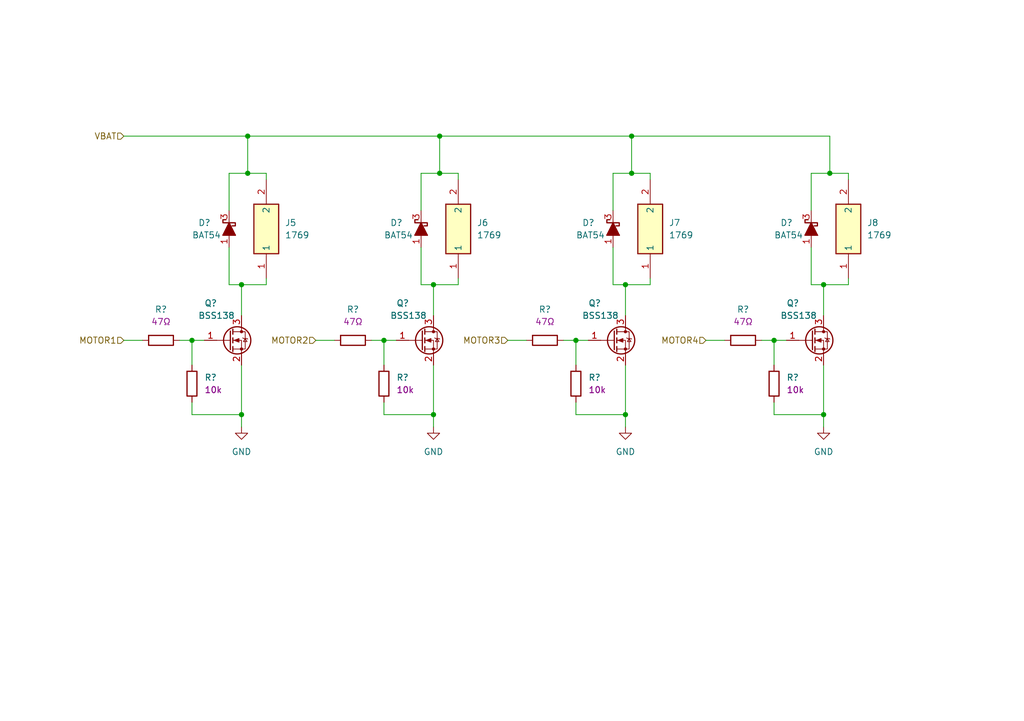
<source format=kicad_sch>
(kicad_sch
	(version 20231120)
	(generator "eeschema")
	(generator_version "8.0")
	(uuid "96670f0b-8745-4cb7-b9b3-eff129cc394f")
	(paper "A5")
	(title_block
		(title "Motors")
	)
	(lib_symbols
		(symbol "PCM_4ms_Power-symbol:GND"
			(power)
			(pin_names
				(offset 0)
			)
			(exclude_from_sim no)
			(in_bom yes)
			(on_board yes)
			(property "Reference" "#PWR"
				(at 0 -6.35 0)
				(effects
					(font
						(size 1.27 1.27)
					)
					(hide yes)
				)
			)
			(property "Value" "GND"
				(at 0 -3.81 0)
				(effects
					(font
						(size 1.27 1.27)
					)
				)
			)
			(property "Footprint" ""
				(at 0 0 0)
				(effects
					(font
						(size 1.27 1.27)
					)
					(hide yes)
				)
			)
			(property "Datasheet" ""
				(at 0 0 0)
				(effects
					(font
						(size 1.27 1.27)
					)
					(hide yes)
				)
			)
			(property "Description" ""
				(at 0 0 0)
				(effects
					(font
						(size 1.27 1.27)
					)
					(hide yes)
				)
			)
			(symbol "GND_0_1"
				(polyline
					(pts
						(xy 0 0) (xy 0 -1.27) (xy 1.27 -1.27) (xy 0 -2.54) (xy -1.27 -1.27) (xy 0 -1.27)
					)
					(stroke
						(width 0)
						(type default)
					)
					(fill
						(type none)
					)
				)
			)
			(symbol "GND_1_1"
				(pin power_in line
					(at 0 0 270)
					(length 0) hide
					(name "GND"
						(effects
							(font
								(size 1.27 1.27)
							)
						)
					)
					(number "1"
						(effects
							(font
								(size 1.27 1.27)
							)
						)
					)
				)
			)
		)
		(symbol "PCM_4ms_Resistor:10k_0402"
			(pin_numbers hide)
			(pin_names
				(offset 0)
			)
			(exclude_from_sim no)
			(in_bom yes)
			(on_board yes)
			(property "Reference" "R"
				(at 2.032 0 90)
				(effects
					(font
						(size 1.27 1.27)
					)
				)
			)
			(property "Value" "10k_0402"
				(at -2.54 0 90)
				(effects
					(font
						(size 1.27 1.27)
					)
					(hide yes)
				)
			)
			(property "Footprint" "Resistor_SMD:R_0402_1005Metric"
				(at -2.54 -12.7 0)
				(effects
					(font
						(size 1.27 1.27)
					)
					(justify left)
					(hide yes)
				)
			)
			(property "Datasheet" ""
				(at 0 0 0)
				(effects
					(font
						(size 1.27 1.27)
					)
					(hide yes)
				)
			)
			(property "Description" "10k, 1%, 1/16W, 0603"
				(at 0 0 0)
				(effects
					(font
						(size 1.27 1.27)
					)
					(hide yes)
				)
			)
			(property "Specifications" "10k, 1%, 1/10W, 0402"
				(at -2.54 -7.874 0)
				(effects
					(font
						(size 1.27 1.27)
					)
					(justify left)
					(hide yes)
				)
			)
			(property "Manufacturer" "Yageo"
				(at -2.54 -9.398 0)
				(effects
					(font
						(size 1.27 1.27)
					)
					(justify left)
					(hide yes)
				)
			)
			(property "Part Number" "RT0402FRE0710KL"
				(at -2.54 -10.922 0)
				(effects
					(font
						(size 1.27 1.27)
					)
					(justify left)
					(hide yes)
				)
			)
			(property "Display" "10k"
				(at 3.81 0 90)
				(effects
					(font
						(size 1.27 1.27)
					)
				)
			)
			(property "Manufacturer 2" "Yageo"
				(at 0 0 0)
				(effects
					(font
						(size 1.27 1.27)
					)
					(hide yes)
				)
			)
			(property "Part Number 2" "RT0402DRE0710KL"
				(at 0 0 0)
				(effects
					(font
						(size 1.27 1.27)
					)
					(hide yes)
				)
			)
			(property "ki_keywords" "10k 0402"
				(at 0 0 0)
				(effects
					(font
						(size 1.27 1.27)
					)
					(hide yes)
				)
			)
			(property "ki_fp_filters" "R_*"
				(at 0 0 0)
				(effects
					(font
						(size 1.27 1.27)
					)
					(hide yes)
				)
			)
			(symbol "10k_0402_0_1"
				(rectangle
					(start -1.016 -2.54)
					(end 1.016 2.54)
					(stroke
						(width 0.254)
						(type default)
					)
					(fill
						(type none)
					)
				)
			)
			(symbol "10k_0402_1_1"
				(pin passive line
					(at 0 3.81 270)
					(length 1.27)
					(name "~"
						(effects
							(font
								(size 1.27 1.27)
							)
						)
					)
					(number "1"
						(effects
							(font
								(size 1.27 1.27)
							)
						)
					)
				)
				(pin passive line
					(at 0 -3.81 90)
					(length 1.27)
					(name "~"
						(effects
							(font
								(size 1.27 1.27)
							)
						)
					)
					(number "2"
						(effects
							(font
								(size 1.27 1.27)
							)
						)
					)
				)
			)
		)
		(symbol "PCM_4ms_Resistor:47R_0402"
			(pin_numbers hide)
			(pin_names
				(offset 0)
			)
			(exclude_from_sim no)
			(in_bom yes)
			(on_board yes)
			(property "Reference" "R"
				(at 2.032 0 90)
				(effects
					(font
						(size 1.27 1.27)
					)
				)
			)
			(property "Value" "47R_0402"
				(at -2.54 0 90)
				(effects
					(font
						(size 1.27 1.27)
					)
					(hide yes)
				)
			)
			(property "Footprint" "Resistor_SMD:R_0402_1005Metric"
				(at -2.54 -12.7 0)
				(effects
					(font
						(size 1.27 1.27)
					)
					(justify left)
					(hide yes)
				)
			)
			(property "Datasheet" ""
				(at 0 0 0)
				(effects
					(font
						(size 1.27 1.27)
					)
					(hide yes)
				)
			)
			(property "Description" "47Ω, 1%, 1/16W, 0603"
				(at 0 0 0)
				(effects
					(font
						(size 1.27 1.27)
					)
					(hide yes)
				)
			)
			(property "Specifications" "47Ω, 1%, 1/10W, 0402"
				(at -2.54 -7.874 0)
				(effects
					(font
						(size 1.27 1.27)
					)
					(justify left)
					(hide yes)
				)
			)
			(property "Manufacturer" "Yageo"
				(at -2.54 -9.398 0)
				(effects
					(font
						(size 1.27 1.27)
					)
					(justify left)
					(hide yes)
				)
			)
			(property "Part Number" "RT0402FRE0747RL"
				(at -2.54 -10.922 0)
				(effects
					(font
						(size 1.27 1.27)
					)
					(justify left)
					(hide yes)
				)
			)
			(property "Display" "47Ω"
				(at 3.81 0 90)
				(effects
					(font
						(size 1.27 1.27)
					)
				)
			)
			(property "JLCPCB ID" "C25118"
				(at 3.81 0 90)
				(effects
					(font
						(size 1.27 1.27)
					)
					(hide yes)
				)
			)
			(property "Manufacturer 2" "Panasonic"
				(at 0 0 0)
				(effects
					(font
						(size 1.27 1.27)
					)
					(hide yes)
				)
			)
			(property "Part Number 2" "ERJ2RKD47R0X"
				(at 0 0 0)
				(effects
					(font
						(size 1.27 1.27)
					)
					(hide yes)
				)
			)
			(property "ki_keywords" "47R 47Ω 0402"
				(at 0 0 0)
				(effects
					(font
						(size 1.27 1.27)
					)
					(hide yes)
				)
			)
			(property "ki_fp_filters" "R_* R_*"
				(at 0 0 0)
				(effects
					(font
						(size 1.27 1.27)
					)
					(hide yes)
				)
			)
			(symbol "47R_0402_0_1"
				(rectangle
					(start -1.016 -2.54)
					(end 1.016 2.54)
					(stroke
						(width 0.254)
						(type default)
					)
					(fill
						(type none)
					)
				)
			)
			(symbol "47R_0402_1_1"
				(pin passive line
					(at 0 3.81 270)
					(length 1.27)
					(name "~"
						(effects
							(font
								(size 1.27 1.27)
							)
						)
					)
					(number "1"
						(effects
							(font
								(size 1.27 1.27)
							)
						)
					)
				)
				(pin passive line
					(at 0 -3.81 90)
					(length 1.27)
					(name "~"
						(effects
							(font
								(size 1.27 1.27)
							)
						)
					)
					(number "2"
						(effects
							(font
								(size 1.27 1.27)
							)
						)
					)
				)
			)
		)
		(symbol "PCM_Diode_Schottky_AKL:BAT54"
			(pin_names
				(offset 1.016) hide)
			(exclude_from_sim no)
			(in_bom yes)
			(on_board yes)
			(property "Reference" "D"
				(at 0 6.35 0)
				(effects
					(font
						(size 1.27 1.27)
					)
				)
			)
			(property "Value" "BAT54"
				(at 0 3.81 0)
				(effects
					(font
						(size 1.27 1.27)
					)
				)
			)
			(property "Footprint" "Package_TO_SOT_SMD_AKL:SOT-23"
				(at 0 0 0)
				(effects
					(font
						(size 1.27 1.27)
					)
					(hide yes)
				)
			)
			(property "Datasheet" "https://www.tme.eu/Document/2c1c71bcfe5aad5e582fdc49c2dc275f/BAT54.215.pdf"
				(at 0 0 0)
				(effects
					(font
						(size 1.27 1.27)
					)
					(hide yes)
				)
			)
			(property "Description" "SOT-23 Schottky diode, 30V, 200mA, Alternate KiCAD Library"
				(at 0 0 0)
				(effects
					(font
						(size 1.27 1.27)
					)
					(hide yes)
				)
			)
			(property "ki_keywords" "diode schottky BAT54"
				(at 0 0 0)
				(effects
					(font
						(size 1.27 1.27)
					)
					(hide yes)
				)
			)
			(property "ki_fp_filters" "TO-???* *_Diode_* *SingleDiode* D_*"
				(at 0 0 0)
				(effects
					(font
						(size 1.27 1.27)
					)
					(hide yes)
				)
			)
			(symbol "BAT54_0_1"
				(polyline
					(pts
						(xy -1.27 0) (xy 1.27 0)
					)
					(stroke
						(width 0)
						(type default)
					)
					(fill
						(type none)
					)
				)
				(polyline
					(pts
						(xy -1.27 1.27) (xy -1.27 -1.27)
					)
					(stroke
						(width 0.254)
						(type default)
					)
					(fill
						(type none)
					)
				)
				(polyline
					(pts
						(xy -1.27 -1.27) (xy -1.27 1.27) (xy 1.27 0) (xy -1.27 -1.27)
					)
					(stroke
						(width 0.254)
						(type default)
					)
					(fill
						(type outline)
					)
				)
			)
			(symbol "BAT54_1_1"
				(polyline
					(pts
						(xy 1.905 0.635) (xy 1.905 1.27) (xy 1.27 1.27) (xy 1.27 -1.27) (xy 0.635 -1.27) (xy 0.635 -0.635)
					)
					(stroke
						(width 0.254)
						(type default)
					)
					(fill
						(type none)
					)
				)
				(pin passive line
					(at -3.81 0 0)
					(length 2.54)
					(name "A"
						(effects
							(font
								(size 1.27 1.27)
							)
						)
					)
					(number "1"
						(effects
							(font
								(size 1.27 1.27)
							)
						)
					)
				)
				(pin no_connect line
					(at 0 0 0)
					(length 2.54) hide
					(name "NC"
						(effects
							(font
								(size 1.27 1.27)
							)
						)
					)
					(number "2"
						(effects
							(font
								(size 1.27 1.27)
							)
						)
					)
				)
				(pin passive line
					(at 3.81 0 180)
					(length 2.54)
					(name "K"
						(effects
							(font
								(size 1.27 1.27)
							)
						)
					)
					(number "3"
						(effects
							(font
								(size 1.27 1.27)
							)
						)
					)
				)
			)
		)
		(symbol "SamacSys_Parts:1769"
			(exclude_from_sim no)
			(in_bom yes)
			(on_board yes)
			(property "Reference" "J"
				(at 16.51 7.62 0)
				(effects
					(font
						(size 1.27 1.27)
					)
					(justify left top)
				)
			)
			(property "Value" "1769"
				(at 16.51 5.08 0)
				(effects
					(font
						(size 1.27 1.27)
					)
					(justify left top)
				)
			)
			(property "Footprint" "1769"
				(at 16.51 -94.92 0)
				(effects
					(font
						(size 1.27 1.27)
					)
					(justify left top)
					(hide yes)
				)
			)
			(property "Datasheet" "https://cdn-shop.adafruit.com/datasheets/17311.pdf"
				(at 16.51 -194.92 0)
				(effects
					(font
						(size 1.27 1.27)
					)
					(justify left top)
					(hide yes)
				)
			)
			(property "Description" "Adafruit Accessories JST-PH 2-pin SMT Right Angle Connect"
				(at 0 0 0)
				(effects
					(font
						(size 1.27 1.27)
					)
					(hide yes)
				)
			)
			(property "Height" ""
				(at 16.51 -394.92 0)
				(effects
					(font
						(size 1.27 1.27)
					)
					(justify left top)
					(hide yes)
				)
			)
			(property "Mouser Part Number" "485-1769"
				(at 16.51 -494.92 0)
				(effects
					(font
						(size 1.27 1.27)
					)
					(justify left top)
					(hide yes)
				)
			)
			(property "Mouser Price/Stock" "https://www.mouser.co.uk/ProductDetail/Adafruit/1769?qs=GURawfaeGuBbgoGtf2XstA%3D%3D"
				(at 16.51 -594.92 0)
				(effects
					(font
						(size 1.27 1.27)
					)
					(justify left top)
					(hide yes)
				)
			)
			(property "Manufacturer_Name" "Adafruit"
				(at 16.51 -694.92 0)
				(effects
					(font
						(size 1.27 1.27)
					)
					(justify left top)
					(hide yes)
				)
			)
			(property "Manufacturer_Part_Number" "1769"
				(at 16.51 -794.92 0)
				(effects
					(font
						(size 1.27 1.27)
					)
					(justify left top)
					(hide yes)
				)
			)
			(symbol "1769_1_1"
				(rectangle
					(start 5.08 2.54)
					(end 15.24 -2.54)
					(stroke
						(width 0.254)
						(type default)
					)
					(fill
						(type background)
					)
				)
				(pin passive line
					(at 0 0 0)
					(length 5.08)
					(name "1"
						(effects
							(font
								(size 1.27 1.27)
							)
						)
					)
					(number "1"
						(effects
							(font
								(size 1.27 1.27)
							)
						)
					)
				)
				(pin passive line
					(at 20.32 0 180)
					(length 5.08)
					(name "2"
						(effects
							(font
								(size 1.27 1.27)
							)
						)
					)
					(number "2"
						(effects
							(font
								(size 1.27 1.27)
							)
						)
					)
				)
			)
		)
		(symbol "Transistor_FET:BSS138"
			(pin_names hide)
			(exclude_from_sim no)
			(in_bom yes)
			(on_board yes)
			(property "Reference" "Q"
				(at 5.08 1.905 0)
				(effects
					(font
						(size 1.27 1.27)
					)
					(justify left)
				)
			)
			(property "Value" "BSS138"
				(at 5.08 0 0)
				(effects
					(font
						(size 1.27 1.27)
					)
					(justify left)
				)
			)
			(property "Footprint" "Package_TO_SOT_SMD:SOT-23"
				(at 5.08 -1.905 0)
				(effects
					(font
						(size 1.27 1.27)
						(italic yes)
					)
					(justify left)
					(hide yes)
				)
			)
			(property "Datasheet" "https://www.onsemi.com/pub/Collateral/BSS138-D.PDF"
				(at 0 0 0)
				(effects
					(font
						(size 1.27 1.27)
					)
					(justify left)
					(hide yes)
				)
			)
			(property "Description" "50V Vds, 0.22A Id, N-Channel MOSFET, SOT-23"
				(at 0 0 0)
				(effects
					(font
						(size 1.27 1.27)
					)
					(hide yes)
				)
			)
			(property "ki_keywords" "N-Channel MOSFET"
				(at 0 0 0)
				(effects
					(font
						(size 1.27 1.27)
					)
					(hide yes)
				)
			)
			(property "ki_fp_filters" "SOT?23*"
				(at 0 0 0)
				(effects
					(font
						(size 1.27 1.27)
					)
					(hide yes)
				)
			)
			(symbol "BSS138_0_1"
				(polyline
					(pts
						(xy 0.254 0) (xy -2.54 0)
					)
					(stroke
						(width 0)
						(type default)
					)
					(fill
						(type none)
					)
				)
				(polyline
					(pts
						(xy 0.254 1.905) (xy 0.254 -1.905)
					)
					(stroke
						(width 0.254)
						(type default)
					)
					(fill
						(type none)
					)
				)
				(polyline
					(pts
						(xy 0.762 -1.27) (xy 0.762 -2.286)
					)
					(stroke
						(width 0.254)
						(type default)
					)
					(fill
						(type none)
					)
				)
				(polyline
					(pts
						(xy 0.762 0.508) (xy 0.762 -0.508)
					)
					(stroke
						(width 0.254)
						(type default)
					)
					(fill
						(type none)
					)
				)
				(polyline
					(pts
						(xy 0.762 2.286) (xy 0.762 1.27)
					)
					(stroke
						(width 0.254)
						(type default)
					)
					(fill
						(type none)
					)
				)
				(polyline
					(pts
						(xy 2.54 2.54) (xy 2.54 1.778)
					)
					(stroke
						(width 0)
						(type default)
					)
					(fill
						(type none)
					)
				)
				(polyline
					(pts
						(xy 2.54 -2.54) (xy 2.54 0) (xy 0.762 0)
					)
					(stroke
						(width 0)
						(type default)
					)
					(fill
						(type none)
					)
				)
				(polyline
					(pts
						(xy 0.762 -1.778) (xy 3.302 -1.778) (xy 3.302 1.778) (xy 0.762 1.778)
					)
					(stroke
						(width 0)
						(type default)
					)
					(fill
						(type none)
					)
				)
				(polyline
					(pts
						(xy 1.016 0) (xy 2.032 0.381) (xy 2.032 -0.381) (xy 1.016 0)
					)
					(stroke
						(width 0)
						(type default)
					)
					(fill
						(type outline)
					)
				)
				(polyline
					(pts
						(xy 2.794 0.508) (xy 2.921 0.381) (xy 3.683 0.381) (xy 3.81 0.254)
					)
					(stroke
						(width 0)
						(type default)
					)
					(fill
						(type none)
					)
				)
				(polyline
					(pts
						(xy 3.302 0.381) (xy 2.921 -0.254) (xy 3.683 -0.254) (xy 3.302 0.381)
					)
					(stroke
						(width 0)
						(type default)
					)
					(fill
						(type none)
					)
				)
				(circle
					(center 1.651 0)
					(radius 2.794)
					(stroke
						(width 0.254)
						(type default)
					)
					(fill
						(type none)
					)
				)
				(circle
					(center 2.54 -1.778)
					(radius 0.254)
					(stroke
						(width 0)
						(type default)
					)
					(fill
						(type outline)
					)
				)
				(circle
					(center 2.54 1.778)
					(radius 0.254)
					(stroke
						(width 0)
						(type default)
					)
					(fill
						(type outline)
					)
				)
			)
			(symbol "BSS138_1_1"
				(pin input line
					(at -5.08 0 0)
					(length 2.54)
					(name "G"
						(effects
							(font
								(size 1.27 1.27)
							)
						)
					)
					(number "1"
						(effects
							(font
								(size 1.27 1.27)
							)
						)
					)
				)
				(pin passive line
					(at 2.54 -5.08 90)
					(length 2.54)
					(name "S"
						(effects
							(font
								(size 1.27 1.27)
							)
						)
					)
					(number "2"
						(effects
							(font
								(size 1.27 1.27)
							)
						)
					)
				)
				(pin passive line
					(at 2.54 5.08 270)
					(length 2.54)
					(name "D"
						(effects
							(font
								(size 1.27 1.27)
							)
						)
					)
					(number "3"
						(effects
							(font
								(size 1.27 1.27)
							)
						)
					)
				)
			)
		)
	)
	(junction
		(at 170.18 35.56)
		(diameter 0)
		(color 0 0 0 0)
		(uuid "0cc1cbbf-09f0-45a7-acf6-cd3fa43f81d3")
	)
	(junction
		(at 90.17 35.56)
		(diameter 0)
		(color 0 0 0 0)
		(uuid "177d39a5-9444-45d3-9e61-bfe56f8da8d7")
	)
	(junction
		(at 78.74 69.85)
		(diameter 0)
		(color 0 0 0 0)
		(uuid "198c9a6f-03b4-44b4-8653-ba4f40d317c2")
	)
	(junction
		(at 128.27 85.09)
		(diameter 0)
		(color 0 0 0 0)
		(uuid "31048e60-7a10-4502-927c-c1b923f15342")
	)
	(junction
		(at 39.37 69.85)
		(diameter 0)
		(color 0 0 0 0)
		(uuid "52af276d-0665-4e7d-a206-9b3ef2e4c4bb")
	)
	(junction
		(at 88.9 85.09)
		(diameter 0)
		(color 0 0 0 0)
		(uuid "59b61ae6-500c-4773-b0af-e82976c945ec")
	)
	(junction
		(at 88.9 58.42)
		(diameter 0)
		(color 0 0 0 0)
		(uuid "68dea3ca-1dea-4300-963d-8d554b0f5dde")
	)
	(junction
		(at 50.8 35.56)
		(diameter 0)
		(color 0 0 0 0)
		(uuid "69025972-a535-4212-a48e-3b9647ec4743")
	)
	(junction
		(at 168.91 85.09)
		(diameter 0)
		(color 0 0 0 0)
		(uuid "6c2b8988-0080-4b7f-8063-e49fcd4c0983")
	)
	(junction
		(at 158.75 69.85)
		(diameter 0)
		(color 0 0 0 0)
		(uuid "a86bcbe9-b55f-4924-b4d3-334a9d20d150")
	)
	(junction
		(at 129.54 35.56)
		(diameter 0)
		(color 0 0 0 0)
		(uuid "b04de2e4-c095-495f-b737-2d1c58a974e3")
	)
	(junction
		(at 50.8 27.94)
		(diameter 0)
		(color 0 0 0 0)
		(uuid "b62f70eb-e028-45e0-826d-1c63307837cc")
	)
	(junction
		(at 49.53 58.42)
		(diameter 0)
		(color 0 0 0 0)
		(uuid "c18fe67b-e132-4c5d-9538-8a5d167ac031")
	)
	(junction
		(at 118.11 69.85)
		(diameter 0)
		(color 0 0 0 0)
		(uuid "c51a35e1-b8cf-4b4b-ac78-718861854b40")
	)
	(junction
		(at 49.53 85.09)
		(diameter 0)
		(color 0 0 0 0)
		(uuid "d234d41b-21e5-424f-b8bf-6c20f9b04243")
	)
	(junction
		(at 168.91 58.42)
		(diameter 0)
		(color 0 0 0 0)
		(uuid "d787b382-bf1e-49e8-a3d0-12796fe8519f")
	)
	(junction
		(at 129.54 27.94)
		(diameter 0)
		(color 0 0 0 0)
		(uuid "dbc978ef-b97b-4c4d-8463-da2fdddbd405")
	)
	(junction
		(at 90.17 27.94)
		(diameter 0)
		(color 0 0 0 0)
		(uuid "e0073d72-e225-420f-8264-cff90cf24911")
	)
	(junction
		(at 128.27 58.42)
		(diameter 0)
		(color 0 0 0 0)
		(uuid "e7e1c45b-d362-447e-8b65-b13a18bba409")
	)
	(wire
		(pts
			(xy 128.27 74.93) (xy 128.27 85.09)
		)
		(stroke
			(width 0)
			(type default)
		)
		(uuid "008b377f-6563-41ca-ac7d-c601396407b8")
	)
	(wire
		(pts
			(xy 50.8 35.56) (xy 54.61 35.56)
		)
		(stroke
			(width 0)
			(type default)
		)
		(uuid "053a8575-fb8d-4e4b-a752-aa2d6717f8e2")
	)
	(wire
		(pts
			(xy 104.14 69.85) (xy 107.95 69.85)
		)
		(stroke
			(width 0)
			(type default)
		)
		(uuid "056d508d-9cb0-4006-afc4-4cd875d9395c")
	)
	(wire
		(pts
			(xy 118.11 85.09) (xy 128.27 85.09)
		)
		(stroke
			(width 0)
			(type default)
		)
		(uuid "092b424f-fe36-4259-9a6c-f12dd91a27e7")
	)
	(wire
		(pts
			(xy 64.77 69.85) (xy 68.58 69.85)
		)
		(stroke
			(width 0)
			(type default)
		)
		(uuid "11a46dbe-d665-46da-9a9e-5ccf26d86bcc")
	)
	(wire
		(pts
			(xy 39.37 69.85) (xy 39.37 74.93)
		)
		(stroke
			(width 0)
			(type default)
		)
		(uuid "12323025-96bf-49bb-90a3-949e7e358778")
	)
	(wire
		(pts
			(xy 128.27 58.42) (xy 125.73 58.42)
		)
		(stroke
			(width 0)
			(type default)
		)
		(uuid "1503131f-a46d-4691-9305-d26a597af976")
	)
	(wire
		(pts
			(xy 86.36 58.42) (xy 86.36 50.8)
		)
		(stroke
			(width 0)
			(type default)
		)
		(uuid "23795ff5-7380-4549-a13f-50509ecc2e3a")
	)
	(wire
		(pts
			(xy 168.91 85.09) (xy 168.91 87.63)
		)
		(stroke
			(width 0)
			(type default)
		)
		(uuid "252092f5-62f3-4b6d-b354-f4a8a5a70709")
	)
	(wire
		(pts
			(xy 166.37 43.18) (xy 166.37 35.56)
		)
		(stroke
			(width 0)
			(type default)
		)
		(uuid "27c42c27-10c1-4166-99ef-bf8886ae4eed")
	)
	(wire
		(pts
			(xy 88.9 85.09) (xy 88.9 87.63)
		)
		(stroke
			(width 0)
			(type default)
		)
		(uuid "291626e3-41fe-4bd2-baed-a00adf109fac")
	)
	(wire
		(pts
			(xy 173.99 35.56) (xy 173.99 36.83)
		)
		(stroke
			(width 0)
			(type default)
		)
		(uuid "2cab0e13-ca1b-42bb-935f-4d8415047b2b")
	)
	(wire
		(pts
			(xy 158.75 82.55) (xy 158.75 85.09)
		)
		(stroke
			(width 0)
			(type default)
		)
		(uuid "2fdf8dff-debd-4124-a9b6-6a947d333be6")
	)
	(wire
		(pts
			(xy 170.18 27.94) (xy 170.18 35.56)
		)
		(stroke
			(width 0)
			(type default)
		)
		(uuid "321d5b36-9e21-4ea1-bab7-b3f8aed5af1f")
	)
	(wire
		(pts
			(xy 129.54 35.56) (xy 133.35 35.56)
		)
		(stroke
			(width 0)
			(type default)
		)
		(uuid "33c3cf8b-66ba-4ee0-96dc-92870da9f1d0")
	)
	(wire
		(pts
			(xy 25.4 27.94) (xy 50.8 27.94)
		)
		(stroke
			(width 0)
			(type default)
		)
		(uuid "36fa3c32-8ca8-4940-9520-6ed1082bf1ad")
	)
	(wire
		(pts
			(xy 54.61 35.56) (xy 54.61 36.83)
		)
		(stroke
			(width 0)
			(type default)
		)
		(uuid "38e853d0-ff7c-49f7-bd4e-fd8aa3dbcbdd")
	)
	(wire
		(pts
			(xy 49.53 74.93) (xy 49.53 85.09)
		)
		(stroke
			(width 0)
			(type default)
		)
		(uuid "41776179-71a1-484b-910c-5e93d7ecae35")
	)
	(wire
		(pts
			(xy 49.53 64.77) (xy 49.53 58.42)
		)
		(stroke
			(width 0)
			(type default)
		)
		(uuid "471d7690-dbf7-4950-b7cb-7254f4459320")
	)
	(wire
		(pts
			(xy 170.18 27.94) (xy 129.54 27.94)
		)
		(stroke
			(width 0)
			(type default)
		)
		(uuid "4dfc318f-ce3a-481f-b616-946e89b0add9")
	)
	(wire
		(pts
			(xy 158.75 69.85) (xy 161.29 69.85)
		)
		(stroke
			(width 0)
			(type default)
		)
		(uuid "5099c26e-8351-45d8-a86f-5340f5d8b878")
	)
	(wire
		(pts
			(xy 78.74 85.09) (xy 88.9 85.09)
		)
		(stroke
			(width 0)
			(type default)
		)
		(uuid "542a47d7-6ca2-48d8-b314-cb447b9ae502")
	)
	(wire
		(pts
			(xy 128.27 64.77) (xy 128.27 58.42)
		)
		(stroke
			(width 0)
			(type default)
		)
		(uuid "543d8208-cd8a-4069-8a30-fca1786d32b0")
	)
	(wire
		(pts
			(xy 88.9 58.42) (xy 86.36 58.42)
		)
		(stroke
			(width 0)
			(type default)
		)
		(uuid "582048e2-4ec2-433b-8113-6e2bf78b61c7")
	)
	(wire
		(pts
			(xy 129.54 27.94) (xy 129.54 35.56)
		)
		(stroke
			(width 0)
			(type default)
		)
		(uuid "5979a2c6-a880-4b2f-9fff-af6abdf6452f")
	)
	(wire
		(pts
			(xy 173.99 57.15) (xy 173.99 58.42)
		)
		(stroke
			(width 0)
			(type default)
		)
		(uuid "5e67ea23-6997-4112-8524-0d4e2d66120c")
	)
	(wire
		(pts
			(xy 86.36 43.18) (xy 86.36 35.56)
		)
		(stroke
			(width 0)
			(type default)
		)
		(uuid "5f3cd324-ffb7-4f0e-bba1-0cbb7e4dfb9e")
	)
	(wire
		(pts
			(xy 39.37 69.85) (xy 41.91 69.85)
		)
		(stroke
			(width 0)
			(type default)
		)
		(uuid "6059aeb2-40f6-47ba-a3ec-5f2f0fe9f74b")
	)
	(wire
		(pts
			(xy 168.91 64.77) (xy 168.91 58.42)
		)
		(stroke
			(width 0)
			(type default)
		)
		(uuid "614ab825-01ac-4776-833b-1d3089122c20")
	)
	(wire
		(pts
			(xy 50.8 27.94) (xy 50.8 35.56)
		)
		(stroke
			(width 0)
			(type default)
		)
		(uuid "66b7e869-bf0d-4169-b6fb-9212efb2feee")
	)
	(wire
		(pts
			(xy 168.91 74.93) (xy 168.91 85.09)
		)
		(stroke
			(width 0)
			(type default)
		)
		(uuid "6dd074ee-2f4c-472d-b9b0-505ffe057f61")
	)
	(wire
		(pts
			(xy 78.74 69.85) (xy 81.28 69.85)
		)
		(stroke
			(width 0)
			(type default)
		)
		(uuid "6e67b60e-bce9-4f2e-9123-03a13bd56089")
	)
	(wire
		(pts
			(xy 133.35 57.15) (xy 133.35 58.42)
		)
		(stroke
			(width 0)
			(type default)
		)
		(uuid "6f4c62f8-f3b4-4edb-8169-d87389fbc50c")
	)
	(wire
		(pts
			(xy 54.61 57.15) (xy 54.61 58.42)
		)
		(stroke
			(width 0)
			(type default)
		)
		(uuid "70b81fa3-3ef2-4cfd-9062-c302217c624b")
	)
	(wire
		(pts
			(xy 128.27 58.42) (xy 133.35 58.42)
		)
		(stroke
			(width 0)
			(type default)
		)
		(uuid "711e51eb-9cc6-46b8-a068-5d1d915e9304")
	)
	(wire
		(pts
			(xy 118.11 82.55) (xy 118.11 85.09)
		)
		(stroke
			(width 0)
			(type default)
		)
		(uuid "71ae2e73-87ef-4178-a434-bf2d44d3ae8a")
	)
	(wire
		(pts
			(xy 118.11 69.85) (xy 120.65 69.85)
		)
		(stroke
			(width 0)
			(type default)
		)
		(uuid "74bbac39-5817-44bf-842d-07bf208d43b2")
	)
	(wire
		(pts
			(xy 49.53 85.09) (xy 49.53 87.63)
		)
		(stroke
			(width 0)
			(type default)
		)
		(uuid "766e8b84-4ace-4ef8-b7ad-af352dce374d")
	)
	(wire
		(pts
			(xy 168.91 58.42) (xy 173.99 58.42)
		)
		(stroke
			(width 0)
			(type default)
		)
		(uuid "787cb9cf-bf7a-426e-9c0c-996a9ee2c5ca")
	)
	(wire
		(pts
			(xy 125.73 35.56) (xy 129.54 35.56)
		)
		(stroke
			(width 0)
			(type default)
		)
		(uuid "7acc88d0-8292-4275-94f2-cc62c41fdfac")
	)
	(wire
		(pts
			(xy 118.11 69.85) (xy 118.11 74.93)
		)
		(stroke
			(width 0)
			(type default)
		)
		(uuid "7ee97026-6b5f-4ca0-b83f-c74a86ab4deb")
	)
	(wire
		(pts
			(xy 93.98 57.15) (xy 93.98 58.42)
		)
		(stroke
			(width 0)
			(type default)
		)
		(uuid "81781077-3448-44b2-8b73-57e2f1a42156")
	)
	(wire
		(pts
			(xy 76.2 69.85) (xy 78.74 69.85)
		)
		(stroke
			(width 0)
			(type default)
		)
		(uuid "912fbcb6-6f0c-487e-bd7d-6d4f5c906267")
	)
	(wire
		(pts
			(xy 46.99 58.42) (xy 46.99 50.8)
		)
		(stroke
			(width 0)
			(type default)
		)
		(uuid "9418f0bf-f7bf-477a-96d8-dd93134f1220")
	)
	(wire
		(pts
			(xy 168.91 58.42) (xy 166.37 58.42)
		)
		(stroke
			(width 0)
			(type default)
		)
		(uuid "948bd00d-bf18-4c8a-bf8e-1d844a97adbb")
	)
	(wire
		(pts
			(xy 90.17 27.94) (xy 90.17 35.56)
		)
		(stroke
			(width 0)
			(type default)
		)
		(uuid "97b00256-b6bc-4e2a-87b3-57458dec1348")
	)
	(wire
		(pts
			(xy 158.75 69.85) (xy 158.75 74.93)
		)
		(stroke
			(width 0)
			(type default)
		)
		(uuid "97eccb6c-895a-4f43-a2e7-72be67fc35b8")
	)
	(wire
		(pts
			(xy 88.9 64.77) (xy 88.9 58.42)
		)
		(stroke
			(width 0)
			(type default)
		)
		(uuid "9e5b5e6e-91b6-4a48-9491-7472f24fc5f8")
	)
	(wire
		(pts
			(xy 144.78 69.85) (xy 148.59 69.85)
		)
		(stroke
			(width 0)
			(type default)
		)
		(uuid "9ff738d0-1a33-4a01-874f-edba2fee4798")
	)
	(wire
		(pts
			(xy 46.99 43.18) (xy 46.99 35.56)
		)
		(stroke
			(width 0)
			(type default)
		)
		(uuid "a8b2010e-0b11-4845-8c44-1c05abc428c1")
	)
	(wire
		(pts
			(xy 36.83 69.85) (xy 39.37 69.85)
		)
		(stroke
			(width 0)
			(type default)
		)
		(uuid "a8ea185e-3106-49e1-9d8a-9b9daf0e82f7")
	)
	(wire
		(pts
			(xy 88.9 58.42) (xy 93.98 58.42)
		)
		(stroke
			(width 0)
			(type default)
		)
		(uuid "ab724500-36b6-48d7-ab6a-4f2332b2249a")
	)
	(wire
		(pts
			(xy 49.53 58.42) (xy 54.61 58.42)
		)
		(stroke
			(width 0)
			(type default)
		)
		(uuid "ad57b49b-f0e5-488e-8f5d-40b317c0d637")
	)
	(wire
		(pts
			(xy 129.54 27.94) (xy 90.17 27.94)
		)
		(stroke
			(width 0)
			(type default)
		)
		(uuid "ad7dd8a4-db38-4917-bb89-ef60a1206e02")
	)
	(wire
		(pts
			(xy 166.37 58.42) (xy 166.37 50.8)
		)
		(stroke
			(width 0)
			(type default)
		)
		(uuid "ad800e09-f7e2-4c35-9d2b-900a73f783ba")
	)
	(wire
		(pts
			(xy 115.57 69.85) (xy 118.11 69.85)
		)
		(stroke
			(width 0)
			(type default)
		)
		(uuid "ad9f80db-af40-4acd-a605-095c33b21eb7")
	)
	(wire
		(pts
			(xy 78.74 82.55) (xy 78.74 85.09)
		)
		(stroke
			(width 0)
			(type default)
		)
		(uuid "b898983e-2cb7-46fc-af84-ce973e13b072")
	)
	(wire
		(pts
			(xy 46.99 35.56) (xy 50.8 35.56)
		)
		(stroke
			(width 0)
			(type default)
		)
		(uuid "bcc6688e-7db9-4871-9200-d3d2d08d8ddf")
	)
	(wire
		(pts
			(xy 25.4 69.85) (xy 29.21 69.85)
		)
		(stroke
			(width 0)
			(type default)
		)
		(uuid "bdbdb3e8-9390-4ae3-b1b0-bcaa1e22cd68")
	)
	(wire
		(pts
			(xy 90.17 27.94) (xy 50.8 27.94)
		)
		(stroke
			(width 0)
			(type default)
		)
		(uuid "be968642-7df7-4967-9909-7e5abdb4c42a")
	)
	(wire
		(pts
			(xy 125.73 43.18) (xy 125.73 35.56)
		)
		(stroke
			(width 0)
			(type default)
		)
		(uuid "c005a324-485b-4fc5-b2c6-00b686e362a9")
	)
	(wire
		(pts
			(xy 86.36 35.56) (xy 90.17 35.56)
		)
		(stroke
			(width 0)
			(type default)
		)
		(uuid "c108c4b3-cb74-410c-ad6c-880bb7483cf5")
	)
	(wire
		(pts
			(xy 125.73 58.42) (xy 125.73 50.8)
		)
		(stroke
			(width 0)
			(type default)
		)
		(uuid "c165dde2-d0bc-4b88-9054-a1a68d89224e")
	)
	(wire
		(pts
			(xy 88.9 74.93) (xy 88.9 85.09)
		)
		(stroke
			(width 0)
			(type default)
		)
		(uuid "c51b9166-8197-4267-aef9-43dd0d9cce89")
	)
	(wire
		(pts
			(xy 133.35 35.56) (xy 133.35 36.83)
		)
		(stroke
			(width 0)
			(type default)
		)
		(uuid "c83323d1-960b-46d1-b827-81dcc60fa98c")
	)
	(wire
		(pts
			(xy 166.37 35.56) (xy 170.18 35.56)
		)
		(stroke
			(width 0)
			(type default)
		)
		(uuid "ca4fb739-45bd-4d67-a76d-fea29e39a848")
	)
	(wire
		(pts
			(xy 156.21 69.85) (xy 158.75 69.85)
		)
		(stroke
			(width 0)
			(type default)
		)
		(uuid "d0d23e35-a445-481e-862e-7edcec5556c3")
	)
	(wire
		(pts
			(xy 39.37 85.09) (xy 49.53 85.09)
		)
		(stroke
			(width 0)
			(type default)
		)
		(uuid "d432deaf-7b0d-40a1-83b8-8279b74c7310")
	)
	(wire
		(pts
			(xy 49.53 58.42) (xy 46.99 58.42)
		)
		(stroke
			(width 0)
			(type default)
		)
		(uuid "d5a79bd6-39f5-4768-aef8-2b3684678369")
	)
	(wire
		(pts
			(xy 78.74 69.85) (xy 78.74 74.93)
		)
		(stroke
			(width 0)
			(type default)
		)
		(uuid "db3fff59-7358-47d2-a831-0c0944b94041")
	)
	(wire
		(pts
			(xy 93.98 35.56) (xy 93.98 36.83)
		)
		(stroke
			(width 0)
			(type default)
		)
		(uuid "e159f8b4-bc41-4e98-9445-b5d45fea1198")
	)
	(wire
		(pts
			(xy 90.17 35.56) (xy 93.98 35.56)
		)
		(stroke
			(width 0)
			(type default)
		)
		(uuid "e3041c7a-a8c4-4d13-9489-37a706cc2654")
	)
	(wire
		(pts
			(xy 170.18 35.56) (xy 173.99 35.56)
		)
		(stroke
			(width 0)
			(type default)
		)
		(uuid "e57d79cf-b044-47fd-a0b6-10a5fb5bf984")
	)
	(wire
		(pts
			(xy 158.75 85.09) (xy 168.91 85.09)
		)
		(stroke
			(width 0)
			(type default)
		)
		(uuid "ee9b3816-85bb-413c-85b0-1519ab9c33ac")
	)
	(wire
		(pts
			(xy 128.27 85.09) (xy 128.27 87.63)
		)
		(stroke
			(width 0)
			(type default)
		)
		(uuid "f64d9896-3a07-4678-a978-30b61cee3bdc")
	)
	(wire
		(pts
			(xy 39.37 82.55) (xy 39.37 85.09)
		)
		(stroke
			(width 0)
			(type default)
		)
		(uuid "fba6d7ef-9c2e-4d69-af0b-39668a10f1bd")
	)
	(hierarchical_label "MOTOR1"
		(shape input)
		(at 25.4 69.85 180)
		(fields_autoplaced yes)
		(effects
			(font
				(size 1.27 1.27)
			)
			(justify right)
		)
		(uuid "562f8d7f-54a6-4c50-9d9a-08a576566ac3")
	)
	(hierarchical_label "MOTOR2"
		(shape input)
		(at 64.77 69.85 180)
		(fields_autoplaced yes)
		(effects
			(font
				(size 1.27 1.27)
			)
			(justify right)
		)
		(uuid "58e4f849-f928-49a5-9198-54e93ea3fa3e")
	)
	(hierarchical_label "MOTOR3"
		(shape input)
		(at 104.14 69.85 180)
		(fields_autoplaced yes)
		(effects
			(font
				(size 1.27 1.27)
			)
			(justify right)
		)
		(uuid "601df2cb-d885-4dd9-be84-46055299a971")
	)
	(hierarchical_label "VBAT"
		(shape input)
		(at 25.4 27.94 180)
		(fields_autoplaced yes)
		(effects
			(font
				(size 1.27 1.27)
			)
			(justify right)
		)
		(uuid "a827d4ad-0fb6-426b-a96a-1a3e300cf181")
	)
	(hierarchical_label "MOTOR4"
		(shape input)
		(at 144.78 69.85 180)
		(fields_autoplaced yes)
		(effects
			(font
				(size 1.27 1.27)
			)
			(justify right)
		)
		(uuid "b2e19189-c342-4a93-9f0f-9ea92b4f4570")
	)
	(symbol
		(lib_id "PCM_4ms_Resistor:47R_0402")
		(at 72.39 69.85 90)
		(unit 1)
		(exclude_from_sim no)
		(in_bom yes)
		(on_board yes)
		(dnp no)
		(fields_autoplaced yes)
		(uuid "02a5d51f-acd6-4fb8-af71-56f3a9bff031")
		(property "Reference" "R?"
			(at 72.39 63.5 90)
			(effects
				(font
					(size 1.27 1.27)
				)
			)
		)
		(property "Value" "47R_0402"
			(at 72.39 72.39 90)
			(effects
				(font
					(size 1.27 1.27)
				)
				(hide yes)
			)
		)
		(property "Footprint" "Resistor_SMD:R_0402_1005Metric"
			(at 85.09 72.39 0)
			(effects
				(font
					(size 1.27 1.27)
				)
				(justify left)
				(hide yes)
			)
		)
		(property "Datasheet" ""
			(at 72.39 69.85 0)
			(effects
				(font
					(size 1.27 1.27)
				)
				(hide yes)
			)
		)
		(property "Description" ""
			(at 72.39 69.85 0)
			(effects
				(font
					(size 1.27 1.27)
				)
				(hide yes)
			)
		)
		(property "Specifications" "47Ω, 1%, 1/10W, 0402"
			(at 80.264 72.39 0)
			(effects
				(font
					(size 1.27 1.27)
				)
				(justify left)
				(hide yes)
			)
		)
		(property "Manufacturer" "Yageo"
			(at 81.788 72.39 0)
			(effects
				(font
					(size 1.27 1.27)
				)
				(justify left)
				(hide yes)
			)
		)
		(property "Part Number" "RT0402FRE0747RL"
			(at 83.312 72.39 0)
			(effects
				(font
					(size 1.27 1.27)
				)
				(justify left)
				(hide yes)
			)
		)
		(property "Display" "47Ω"
			(at 72.39 66.04 90)
			(effects
				(font
					(size 1.27 1.27)
				)
			)
		)
		(property "JLCPCB ID" "C25118"
			(at 72.39 66.04 90)
			(effects
				(font
					(size 1.27 1.27)
				)
				(hide yes)
			)
		)
		(property "Manufacturer 2" "Panasonic"
			(at 72.39 69.85 0)
			(effects
				(font
					(size 1.27 1.27)
				)
				(hide yes)
			)
		)
		(property "Part Number 2" "ERJ2RKD47R0X"
			(at 72.39 69.85 0)
			(effects
				(font
					(size 1.27 1.27)
				)
				(hide yes)
			)
		)
		(pin "1"
			(uuid "3245c016-a2d4-437b-bc1e-a08352541b54")
		)
		(pin "2"
			(uuid "1ee47d1c-50f1-485a-9ba1-7777181f9af1")
		)
		(instances
			(project "MOTORS"
				(path "/b89fe223-6396-4bbc-9cf8-0bc602b84ef9"
					(reference "R?")
					(unit 1)
				)
			)
			(project "drone"
				(path "/d34d8324-c983-4098-8d7e-5c2fbd34794d/3a965de9-a8eb-46d2-baf1-071b0ab3526c"
					(reference "R4")
					(unit 1)
				)
			)
		)
	)
	(symbol
		(lib_id "PCM_Diode_Schottky_AKL:BAT54")
		(at 86.36 46.99 90)
		(unit 1)
		(exclude_from_sim no)
		(in_bom yes)
		(on_board yes)
		(dnp no)
		(uuid "1624a4e8-5a18-4718-855c-e7152ed17f45")
		(property "Reference" "D?"
			(at 80.01 45.72 90)
			(effects
				(font
					(size 1.27 1.27)
				)
				(justify right)
			)
		)
		(property "Value" "BAT54"
			(at 78.74 48.26 90)
			(effects
				(font
					(size 1.27 1.27)
				)
				(justify right)
			)
		)
		(property "Footprint" "Diode_SMD:D_SMB_Modified"
			(at 86.36 46.99 0)
			(effects
				(font
					(size 1.27 1.27)
				)
				(hide yes)
			)
		)
		(property "Datasheet" "https://www.tme.eu/Document/2c1c71bcfe5aad5e582fdc49c2dc275f/BAT54.215.pdf"
			(at 86.36 46.99 0)
			(effects
				(font
					(size 1.27 1.27)
				)
				(hide yes)
			)
		)
		(property "Description" ""
			(at 86.36 46.99 0)
			(effects
				(font
					(size 1.27 1.27)
				)
				(hide yes)
			)
		)
		(pin "1"
			(uuid "1042557b-abda-4273-83b6-bce657bdd789")
		)
		(pin "2"
			(uuid "f5be6b80-e682-4ac1-ade1-f4eed11b524f")
		)
		(pin "3"
			(uuid "4a5fb319-08a5-49cc-8e44-bc46fa8051be")
		)
		(instances
			(project "MOTORS"
				(path "/b89fe223-6396-4bbc-9cf8-0bc602b84ef9"
					(reference "D?")
					(unit 1)
				)
			)
			(project "drone"
				(path "/d34d8324-c983-4098-8d7e-5c2fbd34794d/3a965de9-a8eb-46d2-baf1-071b0ab3526c"
					(reference "D2")
					(unit 1)
				)
			)
		)
	)
	(symbol
		(lib_id "PCM_4ms_Resistor:10k_0402")
		(at 39.37 78.74 0)
		(unit 1)
		(exclude_from_sim no)
		(in_bom yes)
		(on_board yes)
		(dnp no)
		(fields_autoplaced yes)
		(uuid "1c5856df-77e5-4df3-902b-21e1118d2257")
		(property "Reference" "R?"
			(at 41.91 77.47 0)
			(effects
				(font
					(size 1.27 1.27)
				)
				(justify left)
			)
		)
		(property "Value" "10k_0402"
			(at 36.83 78.74 90)
			(effects
				(font
					(size 1.27 1.27)
				)
				(hide yes)
			)
		)
		(property "Footprint" "Resistor_SMD:R_0402_1005Metric"
			(at 36.83 91.44 0)
			(effects
				(font
					(size 1.27 1.27)
				)
				(justify left)
				(hide yes)
			)
		)
		(property "Datasheet" ""
			(at 39.37 78.74 0)
			(effects
				(font
					(size 1.27 1.27)
				)
				(hide yes)
			)
		)
		(property "Description" ""
			(at 39.37 78.74 0)
			(effects
				(font
					(size 1.27 1.27)
				)
				(hide yes)
			)
		)
		(property "Specifications" "10k, 1%, 1/10W, 0402"
			(at 36.83 86.614 0)
			(effects
				(font
					(size 1.27 1.27)
				)
				(justify left)
				(hide yes)
			)
		)
		(property "Manufacturer" "Yageo"
			(at 36.83 88.138 0)
			(effects
				(font
					(size 1.27 1.27)
				)
				(justify left)
				(hide yes)
			)
		)
		(property "Part Number" "RT0402FRE0710KL"
			(at 36.83 89.662 0)
			(effects
				(font
					(size 1.27 1.27)
				)
				(justify left)
				(hide yes)
			)
		)
		(property "Display" "10k"
			(at 41.91 80.01 0)
			(effects
				(font
					(size 1.27 1.27)
				)
				(justify left)
			)
		)
		(property "Manufacturer 2" "Yageo"
			(at 39.37 78.74 0)
			(effects
				(font
					(size 1.27 1.27)
				)
				(hide yes)
			)
		)
		(property "Part Number 2" "RT0402DRE0710KL"
			(at 39.37 78.74 0)
			(effects
				(font
					(size 1.27 1.27)
				)
				(hide yes)
			)
		)
		(pin "1"
			(uuid "077e9952-a765-454c-8412-890a92499081")
		)
		(pin "2"
			(uuid "fe06be4c-7a1e-4be7-83d8-56d9d6d8e3d3")
		)
		(instances
			(project "MOTORS"
				(path "/b89fe223-6396-4bbc-9cf8-0bc602b84ef9"
					(reference "R?")
					(unit 1)
				)
			)
			(project "drone"
				(path "/d34d8324-c983-4098-8d7e-5c2fbd34794d/3a965de9-a8eb-46d2-baf1-071b0ab3526c"
					(reference "R7")
					(unit 1)
				)
			)
		)
	)
	(symbol
		(lib_id "PCM_Diode_Schottky_AKL:BAT54")
		(at 166.37 46.99 90)
		(unit 1)
		(exclude_from_sim no)
		(in_bom yes)
		(on_board yes)
		(dnp no)
		(uuid "1d2f76b5-6230-4b5c-91a4-28e6bc4f4e38")
		(property "Reference" "D?"
			(at 160.02 45.72 90)
			(effects
				(font
					(size 1.27 1.27)
				)
				(justify right)
			)
		)
		(property "Value" "BAT54"
			(at 158.75 48.26 90)
			(effects
				(font
					(size 1.27 1.27)
				)
				(justify right)
			)
		)
		(property "Footprint" "Diode_SMD:D_SMB_Modified"
			(at 166.37 46.99 0)
			(effects
				(font
					(size 1.27 1.27)
				)
				(hide yes)
			)
		)
		(property "Datasheet" "https://www.tme.eu/Document/2c1c71bcfe5aad5e582fdc49c2dc275f/BAT54.215.pdf"
			(at 166.37 46.99 0)
			(effects
				(font
					(size 1.27 1.27)
				)
				(hide yes)
			)
		)
		(property "Description" ""
			(at 166.37 46.99 0)
			(effects
				(font
					(size 1.27 1.27)
				)
				(hide yes)
			)
		)
		(pin "1"
			(uuid "1ea33601-faf3-4a23-91b3-5e49ea738f11")
		)
		(pin "2"
			(uuid "8551794c-c0e1-450f-a825-00f3c0dd8ffd")
		)
		(pin "3"
			(uuid "8001f8ba-3a21-4cbd-afce-7aa1ff863679")
		)
		(instances
			(project "MOTORS"
				(path "/b89fe223-6396-4bbc-9cf8-0bc602b84ef9"
					(reference "D?")
					(unit 1)
				)
			)
			(project "drone"
				(path "/d34d8324-c983-4098-8d7e-5c2fbd34794d/3a965de9-a8eb-46d2-baf1-071b0ab3526c"
					(reference "D4")
					(unit 1)
				)
			)
		)
	)
	(symbol
		(lib_id "PCM_4ms_Resistor:47R_0402")
		(at 33.02 69.85 90)
		(unit 1)
		(exclude_from_sim no)
		(in_bom yes)
		(on_board yes)
		(dnp no)
		(fields_autoplaced yes)
		(uuid "2d4af237-59a2-47c5-9d29-4b3d8a9caab8")
		(property "Reference" "R?"
			(at 33.02 63.5 90)
			(effects
				(font
					(size 1.27 1.27)
				)
			)
		)
		(property "Value" "47R_0402"
			(at 33.02 72.39 90)
			(effects
				(font
					(size 1.27 1.27)
				)
				(hide yes)
			)
		)
		(property "Footprint" "Resistor_SMD:R_0402_1005Metric"
			(at 45.72 72.39 0)
			(effects
				(font
					(size 1.27 1.27)
				)
				(justify left)
				(hide yes)
			)
		)
		(property "Datasheet" ""
			(at 33.02 69.85 0)
			(effects
				(font
					(size 1.27 1.27)
				)
				(hide yes)
			)
		)
		(property "Description" ""
			(at 33.02 69.85 0)
			(effects
				(font
					(size 1.27 1.27)
				)
				(hide yes)
			)
		)
		(property "Specifications" "47Ω, 1%, 1/10W, 0402"
			(at 40.894 72.39 0)
			(effects
				(font
					(size 1.27 1.27)
				)
				(justify left)
				(hide yes)
			)
		)
		(property "Manufacturer" "Yageo"
			(at 42.418 72.39 0)
			(effects
				(font
					(size 1.27 1.27)
				)
				(justify left)
				(hide yes)
			)
		)
		(property "Part Number" "RT0402FRE0747RL"
			(at 43.942 72.39 0)
			(effects
				(font
					(size 1.27 1.27)
				)
				(justify left)
				(hide yes)
			)
		)
		(property "Display" "47Ω"
			(at 33.02 66.04 90)
			(effects
				(font
					(size 1.27 1.27)
				)
			)
		)
		(property "JLCPCB ID" "C25118"
			(at 33.02 66.04 90)
			(effects
				(font
					(size 1.27 1.27)
				)
				(hide yes)
			)
		)
		(property "Manufacturer 2" "Panasonic"
			(at 33.02 69.85 0)
			(effects
				(font
					(size 1.27 1.27)
				)
				(hide yes)
			)
		)
		(property "Part Number 2" "ERJ2RKD47R0X"
			(at 33.02 69.85 0)
			(effects
				(font
					(size 1.27 1.27)
				)
				(hide yes)
			)
		)
		(pin "1"
			(uuid "d667f9ea-a238-46db-becc-1cf867e2c197")
		)
		(pin "2"
			(uuid "6f654539-839d-4a08-9e8a-379821155514")
		)
		(instances
			(project "MOTORS"
				(path "/b89fe223-6396-4bbc-9cf8-0bc602b84ef9"
					(reference "R?")
					(unit 1)
				)
			)
			(project "drone"
				(path "/d34d8324-c983-4098-8d7e-5c2fbd34794d/3a965de9-a8eb-46d2-baf1-071b0ab3526c"
					(reference "R3")
					(unit 1)
				)
			)
		)
	)
	(symbol
		(lib_id "PCM_Diode_Schottky_AKL:BAT54")
		(at 46.99 46.99 90)
		(unit 1)
		(exclude_from_sim no)
		(in_bom yes)
		(on_board yes)
		(dnp no)
		(uuid "2eb3cda6-fb23-4c33-bc1b-030cd326903f")
		(property "Reference" "D?"
			(at 40.64 45.72 90)
			(effects
				(font
					(size 1.27 1.27)
				)
				(justify right)
			)
		)
		(property "Value" "BAT54"
			(at 39.37 48.26 90)
			(effects
				(font
					(size 1.27 1.27)
				)
				(justify right)
			)
		)
		(property "Footprint" "Diode_SMD:D_SMB_Modified"
			(at 46.99 46.99 0)
			(effects
				(font
					(size 1.27 1.27)
				)
				(hide yes)
			)
		)
		(property "Datasheet" "https://www.tme.eu/Document/2c1c71bcfe5aad5e582fdc49c2dc275f/BAT54.215.pdf"
			(at 46.99 46.99 0)
			(effects
				(font
					(size 1.27 1.27)
				)
				(hide yes)
			)
		)
		(property "Description" ""
			(at 46.99 46.99 0)
			(effects
				(font
					(size 1.27 1.27)
				)
				(hide yes)
			)
		)
		(pin "1"
			(uuid "84a3d842-fd85-441b-9786-9a3614c7e660")
		)
		(pin "2"
			(uuid "4b8aaaeb-5092-4337-a023-f1356623dc55")
		)
		(pin "3"
			(uuid "fbd93e57-180e-45a4-aefc-7657a8c8999d")
		)
		(instances
			(project "MOTORS"
				(path "/b89fe223-6396-4bbc-9cf8-0bc602b84ef9"
					(reference "D?")
					(unit 1)
				)
			)
			(project "drone"
				(path "/d34d8324-c983-4098-8d7e-5c2fbd34794d/3a965de9-a8eb-46d2-baf1-071b0ab3526c"
					(reference "D1")
					(unit 1)
				)
			)
		)
	)
	(symbol
		(lib_id "SamacSys_Parts:1769")
		(at 54.61 57.15 90)
		(unit 1)
		(exclude_from_sim no)
		(in_bom yes)
		(on_board yes)
		(dnp no)
		(fields_autoplaced yes)
		(uuid "32bbcf5c-6888-411b-bfdf-107447a9e21c")
		(property "Reference" "J5"
			(at 58.42 45.72 90)
			(effects
				(font
					(size 1.27 1.27)
				)
				(justify right)
			)
		)
		(property "Value" "1769"
			(at 58.42 48.26 90)
			(effects
				(font
					(size 1.27 1.27)
				)
				(justify right)
			)
		)
		(property "Footprint" "1769"
			(at 149.53 40.64 0)
			(effects
				(font
					(size 1.27 1.27)
				)
				(justify left top)
				(hide yes)
			)
		)
		(property "Datasheet" "https://cdn-shop.adafruit.com/datasheets/17311.pdf"
			(at 249.53 40.64 0)
			(effects
				(font
					(size 1.27 1.27)
				)
				(justify left top)
				(hide yes)
			)
		)
		(property "Description" ""
			(at 54.61 57.15 0)
			(effects
				(font
					(size 1.27 1.27)
				)
				(hide yes)
			)
		)
		(property "Height" ""
			(at 449.53 40.64 0)
			(effects
				(font
					(size 1.27 1.27)
				)
				(justify left top)
				(hide yes)
			)
		)
		(property "Mouser Part Number" "485-1769"
			(at 549.53 40.64 0)
			(effects
				(font
					(size 1.27 1.27)
				)
				(justify left top)
				(hide yes)
			)
		)
		(property "Mouser Price/Stock" "https://www.mouser.co.uk/ProductDetail/Adafruit/1769?qs=GURawfaeGuBbgoGtf2XstA%3D%3D"
			(at 649.53 40.64 0)
			(effects
				(font
					(size 1.27 1.27)
				)
				(justify left top)
				(hide yes)
			)
		)
		(property "Manufacturer_Name" "Adafruit"
			(at 749.53 40.64 0)
			(effects
				(font
					(size 1.27 1.27)
				)
				(justify left top)
				(hide yes)
			)
		)
		(property "Manufacturer_Part_Number" "1769"
			(at 849.53 40.64 0)
			(effects
				(font
					(size 1.27 1.27)
				)
				(justify left top)
				(hide yes)
			)
		)
		(pin "1"
			(uuid "98339789-9882-4499-a406-2d9b09cd9efc")
		)
		(pin "2"
			(uuid "4fde96dc-169a-45b9-af78-759bac9bec93")
		)
		(instances
			(project "MOTORS"
				(path "/b89fe223-6396-4bbc-9cf8-0bc602b84ef9"
					(reference "J5")
					(unit 1)
				)
			)
			(project "drone"
				(path "/d34d8324-c983-4098-8d7e-5c2fbd34794d/3a965de9-a8eb-46d2-baf1-071b0ab3526c"
					(reference "J2")
					(unit 1)
				)
			)
		)
	)
	(symbol
		(lib_id "PCM_4ms_Power-symbol:GND")
		(at 88.9 87.63 0)
		(unit 1)
		(exclude_from_sim no)
		(in_bom yes)
		(on_board yes)
		(dnp no)
		(fields_autoplaced yes)
		(uuid "34b02120-043d-4899-99dc-0c7cd068e8e2")
		(property "Reference" "#PWR?"
			(at 88.9 93.98 0)
			(effects
				(font
					(size 1.27 1.27)
				)
				(hide yes)
			)
		)
		(property "Value" "GND"
			(at 88.9 92.71 0)
			(effects
				(font
					(size 1.27 1.27)
				)
			)
		)
		(property "Footprint" ""
			(at 88.9 87.63 0)
			(effects
				(font
					(size 1.27 1.27)
				)
				(hide yes)
			)
		)
		(property "Datasheet" ""
			(at 88.9 87.63 0)
			(effects
				(font
					(size 1.27 1.27)
				)
				(hide yes)
			)
		)
		(property "Description" ""
			(at 88.9 87.63 0)
			(effects
				(font
					(size 1.27 1.27)
				)
				(hide yes)
			)
		)
		(pin "1"
			(uuid "d02bd213-af08-492e-825a-b56c6a1e8532")
		)
		(instances
			(project "MOTORS"
				(path "/b89fe223-6396-4bbc-9cf8-0bc602b84ef9"
					(reference "#PWR?")
					(unit 1)
				)
			)
			(project "drone"
				(path "/d34d8324-c983-4098-8d7e-5c2fbd34794d/3a965de9-a8eb-46d2-baf1-071b0ab3526c"
					(reference "#PWR07")
					(unit 1)
				)
			)
		)
	)
	(symbol
		(lib_id "PCM_4ms_Resistor:10k_0402")
		(at 118.11 78.74 0)
		(unit 1)
		(exclude_from_sim no)
		(in_bom yes)
		(on_board yes)
		(dnp no)
		(fields_autoplaced yes)
		(uuid "35ad50eb-3f0b-4c74-93d6-ee209964074b")
		(property "Reference" "R?"
			(at 120.65 77.47 0)
			(effects
				(font
					(size 1.27 1.27)
				)
				(justify left)
			)
		)
		(property "Value" "10k_0402"
			(at 115.57 78.74 90)
			(effects
				(font
					(size 1.27 1.27)
				)
				(hide yes)
			)
		)
		(property "Footprint" "Resistor_SMD:R_0402_1005Metric"
			(at 115.57 91.44 0)
			(effects
				(font
					(size 1.27 1.27)
				)
				(justify left)
				(hide yes)
			)
		)
		(property "Datasheet" ""
			(at 118.11 78.74 0)
			(effects
				(font
					(size 1.27 1.27)
				)
				(hide yes)
			)
		)
		(property "Description" ""
			(at 118.11 78.74 0)
			(effects
				(font
					(size 1.27 1.27)
				)
				(hide yes)
			)
		)
		(property "Specifications" "10k, 1%, 1/10W, 0402"
			(at 115.57 86.614 0)
			(effects
				(font
					(size 1.27 1.27)
				)
				(justify left)
				(hide yes)
			)
		)
		(property "Manufacturer" "Yageo"
			(at 115.57 88.138 0)
			(effects
				(font
					(size 1.27 1.27)
				)
				(justify left)
				(hide yes)
			)
		)
		(property "Part Number" "RT0402FRE0710KL"
			(at 115.57 89.662 0)
			(effects
				(font
					(size 1.27 1.27)
				)
				(justify left)
				(hide yes)
			)
		)
		(property "Display" "10k"
			(at 120.65 80.01 0)
			(effects
				(font
					(size 1.27 1.27)
				)
				(justify left)
			)
		)
		(property "Manufacturer 2" "Yageo"
			(at 118.11 78.74 0)
			(effects
				(font
					(size 1.27 1.27)
				)
				(hide yes)
			)
		)
		(property "Part Number 2" "RT0402DRE0710KL"
			(at 118.11 78.74 0)
			(effects
				(font
					(size 1.27 1.27)
				)
				(hide yes)
			)
		)
		(pin "1"
			(uuid "2859d959-9569-4dcb-b7a5-8c9c2efa6de8")
		)
		(pin "2"
			(uuid "392c2db8-ae7f-48a2-9eff-80aa88c5dd65")
		)
		(instances
			(project "MOTORS"
				(path "/b89fe223-6396-4bbc-9cf8-0bc602b84ef9"
					(reference "R?")
					(unit 1)
				)
			)
			(project "drone"
				(path "/d34d8324-c983-4098-8d7e-5c2fbd34794d/3a965de9-a8eb-46d2-baf1-071b0ab3526c"
					(reference "R9")
					(unit 1)
				)
			)
		)
	)
	(symbol
		(lib_id "PCM_4ms_Resistor:47R_0402")
		(at 111.76 69.85 90)
		(unit 1)
		(exclude_from_sim no)
		(in_bom yes)
		(on_board yes)
		(dnp no)
		(fields_autoplaced yes)
		(uuid "3de02bd2-b1a7-4bc7-a764-6da382edfbcf")
		(property "Reference" "R?"
			(at 111.76 63.5 90)
			(effects
				(font
					(size 1.27 1.27)
				)
			)
		)
		(property "Value" "47R_0402"
			(at 111.76 72.39 90)
			(effects
				(font
					(size 1.27 1.27)
				)
				(hide yes)
			)
		)
		(property "Footprint" "Resistor_SMD:R_0402_1005Metric"
			(at 124.46 72.39 0)
			(effects
				(font
					(size 1.27 1.27)
				)
				(justify left)
				(hide yes)
			)
		)
		(property "Datasheet" ""
			(at 111.76 69.85 0)
			(effects
				(font
					(size 1.27 1.27)
				)
				(hide yes)
			)
		)
		(property "Description" ""
			(at 111.76 69.85 0)
			(effects
				(font
					(size 1.27 1.27)
				)
				(hide yes)
			)
		)
		(property "Specifications" "47Ω, 1%, 1/10W, 0402"
			(at 119.634 72.39 0)
			(effects
				(font
					(size 1.27 1.27)
				)
				(justify left)
				(hide yes)
			)
		)
		(property "Manufacturer" "Yageo"
			(at 121.158 72.39 0)
			(effects
				(font
					(size 1.27 1.27)
				)
				(justify left)
				(hide yes)
			)
		)
		(property "Part Number" "RT0402FRE0747RL"
			(at 122.682 72.39 0)
			(effects
				(font
					(size 1.27 1.27)
				)
				(justify left)
				(hide yes)
			)
		)
		(property "Display" "47Ω"
			(at 111.76 66.04 90)
			(effects
				(font
					(size 1.27 1.27)
				)
			)
		)
		(property "JLCPCB ID" "C25118"
			(at 111.76 66.04 90)
			(effects
				(font
					(size 1.27 1.27)
				)
				(hide yes)
			)
		)
		(property "Manufacturer 2" "Panasonic"
			(at 111.76 69.85 0)
			(effects
				(font
					(size 1.27 1.27)
				)
				(hide yes)
			)
		)
		(property "Part Number 2" "ERJ2RKD47R0X"
			(at 111.76 69.85 0)
			(effects
				(font
					(size 1.27 1.27)
				)
				(hide yes)
			)
		)
		(pin "1"
			(uuid "3881b963-f4f6-4b51-a744-a5391922ec5c")
		)
		(pin "2"
			(uuid "d99c3685-c482-4537-a4e0-a5c8be451045")
		)
		(instances
			(project "MOTORS"
				(path "/b89fe223-6396-4bbc-9cf8-0bc602b84ef9"
					(reference "R?")
					(unit 1)
				)
			)
			(project "drone"
				(path "/d34d8324-c983-4098-8d7e-5c2fbd34794d/3a965de9-a8eb-46d2-baf1-071b0ab3526c"
					(reference "R5")
					(unit 1)
				)
			)
		)
	)
	(symbol
		(lib_id "PCM_4ms_Power-symbol:GND")
		(at 128.27 87.63 0)
		(unit 1)
		(exclude_from_sim no)
		(in_bom yes)
		(on_board yes)
		(dnp no)
		(fields_autoplaced yes)
		(uuid "415ddf5d-f14b-4a88-8bc5-db267e1a753c")
		(property "Reference" "#PWR?"
			(at 128.27 93.98 0)
			(effects
				(font
					(size 1.27 1.27)
				)
				(hide yes)
			)
		)
		(property "Value" "GND"
			(at 128.27 92.71 0)
			(effects
				(font
					(size 1.27 1.27)
				)
			)
		)
		(property "Footprint" ""
			(at 128.27 87.63 0)
			(effects
				(font
					(size 1.27 1.27)
				)
				(hide yes)
			)
		)
		(property "Datasheet" ""
			(at 128.27 87.63 0)
			(effects
				(font
					(size 1.27 1.27)
				)
				(hide yes)
			)
		)
		(property "Description" ""
			(at 128.27 87.63 0)
			(effects
				(font
					(size 1.27 1.27)
				)
				(hide yes)
			)
		)
		(pin "1"
			(uuid "45b44638-f388-46b6-a3d2-ecefb997d3da")
		)
		(instances
			(project "MOTORS"
				(path "/b89fe223-6396-4bbc-9cf8-0bc602b84ef9"
					(reference "#PWR?")
					(unit 1)
				)
			)
			(project "drone"
				(path "/d34d8324-c983-4098-8d7e-5c2fbd34794d/3a965de9-a8eb-46d2-baf1-071b0ab3526c"
					(reference "#PWR08")
					(unit 1)
				)
			)
		)
	)
	(symbol
		(lib_id "SamacSys_Parts:1769")
		(at 133.35 57.15 90)
		(unit 1)
		(exclude_from_sim no)
		(in_bom yes)
		(on_board yes)
		(dnp no)
		(fields_autoplaced yes)
		(uuid "444b09d9-bd75-47ad-8e8f-b6a3acf1a3ec")
		(property "Reference" "J7"
			(at 137.16 45.72 90)
			(effects
				(font
					(size 1.27 1.27)
				)
				(justify right)
			)
		)
		(property "Value" "1769"
			(at 137.16 48.26 90)
			(effects
				(font
					(size 1.27 1.27)
				)
				(justify right)
			)
		)
		(property "Footprint" "1769"
			(at 228.27 40.64 0)
			(effects
				(font
					(size 1.27 1.27)
				)
				(justify left top)
				(hide yes)
			)
		)
		(property "Datasheet" "https://cdn-shop.adafruit.com/datasheets/17311.pdf"
			(at 328.27 40.64 0)
			(effects
				(font
					(size 1.27 1.27)
				)
				(justify left top)
				(hide yes)
			)
		)
		(property "Description" ""
			(at 133.35 57.15 0)
			(effects
				(font
					(size 1.27 1.27)
				)
				(hide yes)
			)
		)
		(property "Height" ""
			(at 528.27 40.64 0)
			(effects
				(font
					(size 1.27 1.27)
				)
				(justify left top)
				(hide yes)
			)
		)
		(property "Mouser Part Number" "485-1769"
			(at 628.27 40.64 0)
			(effects
				(font
					(size 1.27 1.27)
				)
				(justify left top)
				(hide yes)
			)
		)
		(property "Mouser Price/Stock" "https://www.mouser.co.uk/ProductDetail/Adafruit/1769?qs=GURawfaeGuBbgoGtf2XstA%3D%3D"
			(at 728.27 40.64 0)
			(effects
				(font
					(size 1.27 1.27)
				)
				(justify left top)
				(hide yes)
			)
		)
		(property "Manufacturer_Name" "Adafruit"
			(at 828.27 40.64 0)
			(effects
				(font
					(size 1.27 1.27)
				)
				(justify left top)
				(hide yes)
			)
		)
		(property "Manufacturer_Part_Number" "1769"
			(at 928.27 40.64 0)
			(effects
				(font
					(size 1.27 1.27)
				)
				(justify left top)
				(hide yes)
			)
		)
		(pin "1"
			(uuid "83bbdd60-8a36-4c6e-8183-2bbdb6e0e7e5")
		)
		(pin "2"
			(uuid "58b9bba8-8647-4fee-aacf-77d263fa84d1")
		)
		(instances
			(project "MOTORS"
				(path "/b89fe223-6396-4bbc-9cf8-0bc602b84ef9"
					(reference "J7")
					(unit 1)
				)
			)
			(project "drone"
				(path "/d34d8324-c983-4098-8d7e-5c2fbd34794d/3a965de9-a8eb-46d2-baf1-071b0ab3526c"
					(reference "J4")
					(unit 1)
				)
			)
		)
	)
	(symbol
		(lib_id "Transistor_FET:BSS138")
		(at 46.99 69.85 0)
		(unit 1)
		(exclude_from_sim no)
		(in_bom yes)
		(on_board yes)
		(dnp no)
		(uuid "5861ef68-e0d3-4492-92a9-6ca98f75b9f6")
		(property "Reference" "Q?"
			(at 41.91 62.23 0)
			(effects
				(font
					(size 1.27 1.27)
				)
				(justify left)
			)
		)
		(property "Value" "BSS138"
			(at 40.64 64.77 0)
			(effects
				(font
					(size 1.27 1.27)
				)
				(justify left)
			)
		)
		(property "Footprint" "Package_TO_SOT_SMD_AKL:SOT-23"
			(at 52.07 71.755 0)
			(effects
				(font
					(size 1.27 1.27)
					(italic yes)
				)
				(justify left)
				(hide yes)
			)
		)
		(property "Datasheet" "https://www.onsemi.com/pub/Collateral/BSS138-D.PDF"
			(at 46.99 69.85 0)
			(effects
				(font
					(size 1.27 1.27)
				)
				(justify left)
				(hide yes)
			)
		)
		(property "Description" ""
			(at 46.99 69.85 0)
			(effects
				(font
					(size 1.27 1.27)
				)
				(hide yes)
			)
		)
		(pin "1"
			(uuid "54f84ce7-5663-4601-aa99-dd8f47588b76")
		)
		(pin "2"
			(uuid "a1c6c2a4-0959-419e-bdc4-12a21d26ed64")
		)
		(pin "3"
			(uuid "1e8108dc-5067-4722-a3fe-12c75d68ac02")
		)
		(instances
			(project "MOTORS"
				(path "/b89fe223-6396-4bbc-9cf8-0bc602b84ef9"
					(reference "Q?")
					(unit 1)
				)
			)
			(project "drone"
				(path "/d34d8324-c983-4098-8d7e-5c2fbd34794d/3a965de9-a8eb-46d2-baf1-071b0ab3526c"
					(reference "Q1")
					(unit 1)
				)
			)
		)
	)
	(symbol
		(lib_id "SamacSys_Parts:1769")
		(at 93.98 57.15 90)
		(unit 1)
		(exclude_from_sim no)
		(in_bom yes)
		(on_board yes)
		(dnp no)
		(fields_autoplaced yes)
		(uuid "687e42e4-3d1f-488f-af37-332d704130be")
		(property "Reference" "J6"
			(at 97.79 45.72 90)
			(effects
				(font
					(size 1.27 1.27)
				)
				(justify right)
			)
		)
		(property "Value" "1769"
			(at 97.79 48.26 90)
			(effects
				(font
					(size 1.27 1.27)
				)
				(justify right)
			)
		)
		(property "Footprint" "1769"
			(at 188.9 40.64 0)
			(effects
				(font
					(size 1.27 1.27)
				)
				(justify left top)
				(hide yes)
			)
		)
		(property "Datasheet" "https://cdn-shop.adafruit.com/datasheets/17311.pdf"
			(at 288.9 40.64 0)
			(effects
				(font
					(size 1.27 1.27)
				)
				(justify left top)
				(hide yes)
			)
		)
		(property "Description" ""
			(at 93.98 57.15 0)
			(effects
				(font
					(size 1.27 1.27)
				)
				(hide yes)
			)
		)
		(property "Height" ""
			(at 488.9 40.64 0)
			(effects
				(font
					(size 1.27 1.27)
				)
				(justify left top)
				(hide yes)
			)
		)
		(property "Mouser Part Number" "485-1769"
			(at 588.9 40.64 0)
			(effects
				(font
					(size 1.27 1.27)
				)
				(justify left top)
				(hide yes)
			)
		)
		(property "Mouser Price/Stock" "https://www.mouser.co.uk/ProductDetail/Adafruit/1769?qs=GURawfaeGuBbgoGtf2XstA%3D%3D"
			(at 688.9 40.64 0)
			(effects
				(font
					(size 1.27 1.27)
				)
				(justify left top)
				(hide yes)
			)
		)
		(property "Manufacturer_Name" "Adafruit"
			(at 788.9 40.64 0)
			(effects
				(font
					(size 1.27 1.27)
				)
				(justify left top)
				(hide yes)
			)
		)
		(property "Manufacturer_Part_Number" "1769"
			(at 888.9 40.64 0)
			(effects
				(font
					(size 1.27 1.27)
				)
				(justify left top)
				(hide yes)
			)
		)
		(pin "1"
			(uuid "95160203-7545-4e67-afc1-58a8248b09bc")
		)
		(pin "2"
			(uuid "1c69110d-c4f4-45ff-a37e-54c8ff6ebab0")
		)
		(instances
			(project "MOTORS"
				(path "/b89fe223-6396-4bbc-9cf8-0bc602b84ef9"
					(reference "J6")
					(unit 1)
				)
			)
			(project "drone"
				(path "/d34d8324-c983-4098-8d7e-5c2fbd34794d/3a965de9-a8eb-46d2-baf1-071b0ab3526c"
					(reference "J3")
					(unit 1)
				)
			)
		)
	)
	(symbol
		(lib_id "Transistor_FET:BSS138")
		(at 166.37 69.85 0)
		(unit 1)
		(exclude_from_sim no)
		(in_bom yes)
		(on_board yes)
		(dnp no)
		(uuid "6f2ebd88-b603-47f0-920d-83c9d237426b")
		(property "Reference" "Q?"
			(at 161.29 62.23 0)
			(effects
				(font
					(size 1.27 1.27)
				)
				(justify left)
			)
		)
		(property "Value" "BSS138"
			(at 160.02 64.77 0)
			(effects
				(font
					(size 1.27 1.27)
				)
				(justify left)
			)
		)
		(property "Footprint" "Package_TO_SOT_SMD_AKL:SOT-23"
			(at 171.45 71.755 0)
			(effects
				(font
					(size 1.27 1.27)
					(italic yes)
				)
				(justify left)
				(hide yes)
			)
		)
		(property "Datasheet" "https://www.onsemi.com/pub/Collateral/BSS138-D.PDF"
			(at 166.37 69.85 0)
			(effects
				(font
					(size 1.27 1.27)
				)
				(justify left)
				(hide yes)
			)
		)
		(property "Description" ""
			(at 166.37 69.85 0)
			(effects
				(font
					(size 1.27 1.27)
				)
				(hide yes)
			)
		)
		(pin "1"
			(uuid "e6f407ba-a6af-4cb5-92a7-525f691053a3")
		)
		(pin "2"
			(uuid "3074637a-73eb-4e51-8541-de0ff4ac0cb0")
		)
		(pin "3"
			(uuid "5f46cdb4-ac7a-46a3-a7be-c36b2dfbfc93")
		)
		(instances
			(project "MOTORS"
				(path "/b89fe223-6396-4bbc-9cf8-0bc602b84ef9"
					(reference "Q?")
					(unit 1)
				)
			)
			(project "drone"
				(path "/d34d8324-c983-4098-8d7e-5c2fbd34794d/3a965de9-a8eb-46d2-baf1-071b0ab3526c"
					(reference "Q4")
					(unit 1)
				)
			)
		)
	)
	(symbol
		(lib_id "PCM_4ms_Resistor:10k_0402")
		(at 78.74 78.74 0)
		(unit 1)
		(exclude_from_sim no)
		(in_bom yes)
		(on_board yes)
		(dnp no)
		(fields_autoplaced yes)
		(uuid "7fedd703-66f1-444c-a371-fe5ca9fe2767")
		(property "Reference" "R?"
			(at 81.28 77.47 0)
			(effects
				(font
					(size 1.27 1.27)
				)
				(justify left)
			)
		)
		(property "Value" "10k_0402"
			(at 76.2 78.74 90)
			(effects
				(font
					(size 1.27 1.27)
				)
				(hide yes)
			)
		)
		(property "Footprint" "Resistor_SMD:R_0402_1005Metric"
			(at 76.2 91.44 0)
			(effects
				(font
					(size 1.27 1.27)
				)
				(justify left)
				(hide yes)
			)
		)
		(property "Datasheet" ""
			(at 78.74 78.74 0)
			(effects
				(font
					(size 1.27 1.27)
				)
				(hide yes)
			)
		)
		(property "Description" ""
			(at 78.74 78.74 0)
			(effects
				(font
					(size 1.27 1.27)
				)
				(hide yes)
			)
		)
		(property "Specifications" "10k, 1%, 1/10W, 0402"
			(at 76.2 86.614 0)
			(effects
				(font
					(size 1.27 1.27)
				)
				(justify left)
				(hide yes)
			)
		)
		(property "Manufacturer" "Yageo"
			(at 76.2 88.138 0)
			(effects
				(font
					(size 1.27 1.27)
				)
				(justify left)
				(hide yes)
			)
		)
		(property "Part Number" "RT0402FRE0710KL"
			(at 76.2 89.662 0)
			(effects
				(font
					(size 1.27 1.27)
				)
				(justify left)
				(hide yes)
			)
		)
		(property "Display" "10k"
			(at 81.28 80.01 0)
			(effects
				(font
					(size 1.27 1.27)
				)
				(justify left)
			)
		)
		(property "Manufacturer 2" "Yageo"
			(at 78.74 78.74 0)
			(effects
				(font
					(size 1.27 1.27)
				)
				(hide yes)
			)
		)
		(property "Part Number 2" "RT0402DRE0710KL"
			(at 78.74 78.74 0)
			(effects
				(font
					(size 1.27 1.27)
				)
				(hide yes)
			)
		)
		(pin "1"
			(uuid "c413d3fc-b167-4087-a9ce-c01b86f8d6ef")
		)
		(pin "2"
			(uuid "a26a1d72-0a9e-4f70-9862-eea07ec6b124")
		)
		(instances
			(project "MOTORS"
				(path "/b89fe223-6396-4bbc-9cf8-0bc602b84ef9"
					(reference "R?")
					(unit 1)
				)
			)
			(project "drone"
				(path "/d34d8324-c983-4098-8d7e-5c2fbd34794d/3a965de9-a8eb-46d2-baf1-071b0ab3526c"
					(reference "R8")
					(unit 1)
				)
			)
		)
	)
	(symbol
		(lib_id "Transistor_FET:BSS138")
		(at 86.36 69.85 0)
		(unit 1)
		(exclude_from_sim no)
		(in_bom yes)
		(on_board yes)
		(dnp no)
		(uuid "854636e8-e7b8-4257-988e-35eda25a1ca0")
		(property "Reference" "Q?"
			(at 81.28 62.23 0)
			(effects
				(font
					(size 1.27 1.27)
				)
				(justify left)
			)
		)
		(property "Value" "BSS138"
			(at 80.01 64.77 0)
			(effects
				(font
					(size 1.27 1.27)
				)
				(justify left)
			)
		)
		(property "Footprint" "Package_TO_SOT_SMD_AKL:SOT-23"
			(at 91.44 71.755 0)
			(effects
				(font
					(size 1.27 1.27)
					(italic yes)
				)
				(justify left)
				(hide yes)
			)
		)
		(property "Datasheet" "https://www.onsemi.com/pub/Collateral/BSS138-D.PDF"
			(at 86.36 69.85 0)
			(effects
				(font
					(size 1.27 1.27)
				)
				(justify left)
				(hide yes)
			)
		)
		(property "Description" ""
			(at 86.36 69.85 0)
			(effects
				(font
					(size 1.27 1.27)
				)
				(hide yes)
			)
		)
		(pin "1"
			(uuid "03847c1d-3531-489b-bc1d-920cfc15dbab")
		)
		(pin "2"
			(uuid "a2d28e65-44b2-4ad4-9d1f-630bcc3f453a")
		)
		(pin "3"
			(uuid "ceebea19-656e-4c39-9466-ce24fd39fd3b")
		)
		(instances
			(project "MOTORS"
				(path "/b89fe223-6396-4bbc-9cf8-0bc602b84ef9"
					(reference "Q?")
					(unit 1)
				)
			)
			(project "drone"
				(path "/d34d8324-c983-4098-8d7e-5c2fbd34794d/3a965de9-a8eb-46d2-baf1-071b0ab3526c"
					(reference "Q2")
					(unit 1)
				)
			)
		)
	)
	(symbol
		(lib_id "PCM_4ms_Power-symbol:GND")
		(at 49.53 87.63 0)
		(unit 1)
		(exclude_from_sim no)
		(in_bom yes)
		(on_board yes)
		(dnp no)
		(fields_autoplaced yes)
		(uuid "9cb9a22e-a99c-43d9-a069-365cbb6ddee5")
		(property "Reference" "#PWR?"
			(at 49.53 93.98 0)
			(effects
				(font
					(size 1.27 1.27)
				)
				(hide yes)
			)
		)
		(property "Value" "GND"
			(at 49.53 92.71 0)
			(effects
				(font
					(size 1.27 1.27)
				)
			)
		)
		(property "Footprint" ""
			(at 49.53 87.63 0)
			(effects
				(font
					(size 1.27 1.27)
				)
				(hide yes)
			)
		)
		(property "Datasheet" ""
			(at 49.53 87.63 0)
			(effects
				(font
					(size 1.27 1.27)
				)
				(hide yes)
			)
		)
		(property "Description" ""
			(at 49.53 87.63 0)
			(effects
				(font
					(size 1.27 1.27)
				)
				(hide yes)
			)
		)
		(pin "1"
			(uuid "7b6a7d95-a260-465e-9994-16b126d1c58e")
		)
		(instances
			(project "MOTORS"
				(path "/b89fe223-6396-4bbc-9cf8-0bc602b84ef9"
					(reference "#PWR?")
					(unit 1)
				)
			)
			(project "drone"
				(path "/d34d8324-c983-4098-8d7e-5c2fbd34794d/3a965de9-a8eb-46d2-baf1-071b0ab3526c"
					(reference "#PWR06")
					(unit 1)
				)
			)
		)
	)
	(symbol
		(lib_id "Transistor_FET:BSS138")
		(at 125.73 69.85 0)
		(unit 1)
		(exclude_from_sim no)
		(in_bom yes)
		(on_board yes)
		(dnp no)
		(uuid "a7bf321a-d3dc-41ec-baf9-a7af09b7e708")
		(property "Reference" "Q?"
			(at 120.65 62.23 0)
			(effects
				(font
					(size 1.27 1.27)
				)
				(justify left)
			)
		)
		(property "Value" "BSS138"
			(at 119.38 64.77 0)
			(effects
				(font
					(size 1.27 1.27)
				)
				(justify left)
			)
		)
		(property "Footprint" "Package_TO_SOT_SMD_AKL:SOT-23"
			(at 130.81 71.755 0)
			(effects
				(font
					(size 1.27 1.27)
					(italic yes)
				)
				(justify left)
				(hide yes)
			)
		)
		(property "Datasheet" "https://www.onsemi.com/pub/Collateral/BSS138-D.PDF"
			(at 125.73 69.85 0)
			(effects
				(font
					(size 1.27 1.27)
				)
				(justify left)
				(hide yes)
			)
		)
		(property "Description" ""
			(at 125.73 69.85 0)
			(effects
				(font
					(size 1.27 1.27)
				)
				(hide yes)
			)
		)
		(pin "1"
			(uuid "c7cdc959-04ca-41af-ae29-db055e48ff9b")
		)
		(pin "2"
			(uuid "563f4545-bce4-4b1e-9d84-cea17c9a48b3")
		)
		(pin "3"
			(uuid "c072518a-f8b4-49ec-9702-2f29ba44d671")
		)
		(instances
			(project "MOTORS"
				(path "/b89fe223-6396-4bbc-9cf8-0bc602b84ef9"
					(reference "Q?")
					(unit 1)
				)
			)
			(project "drone"
				(path "/d34d8324-c983-4098-8d7e-5c2fbd34794d/3a965de9-a8eb-46d2-baf1-071b0ab3526c"
					(reference "Q3")
					(unit 1)
				)
			)
		)
	)
	(symbol
		(lib_id "PCM_4ms_Resistor:47R_0402")
		(at 152.4 69.85 90)
		(unit 1)
		(exclude_from_sim no)
		(in_bom yes)
		(on_board yes)
		(dnp no)
		(fields_autoplaced yes)
		(uuid "abd80e05-b96d-424c-a498-64433dfd833c")
		(property "Reference" "R?"
			(at 152.4 63.5 90)
			(effects
				(font
					(size 1.27 1.27)
				)
			)
		)
		(property "Value" "47R_0402"
			(at 152.4 72.39 90)
			(effects
				(font
					(size 1.27 1.27)
				)
				(hide yes)
			)
		)
		(property "Footprint" "Resistor_SMD:R_0402_1005Metric"
			(at 165.1 72.39 0)
			(effects
				(font
					(size 1.27 1.27)
				)
				(justify left)
				(hide yes)
			)
		)
		(property "Datasheet" ""
			(at 152.4 69.85 0)
			(effects
				(font
					(size 1.27 1.27)
				)
				(hide yes)
			)
		)
		(property "Description" ""
			(at 152.4 69.85 0)
			(effects
				(font
					(size 1.27 1.27)
				)
				(hide yes)
			)
		)
		(property "Specifications" "47Ω, 1%, 1/10W, 0402"
			(at 160.274 72.39 0)
			(effects
				(font
					(size 1.27 1.27)
				)
				(justify left)
				(hide yes)
			)
		)
		(property "Manufacturer" "Yageo"
			(at 161.798 72.39 0)
			(effects
				(font
					(size 1.27 1.27)
				)
				(justify left)
				(hide yes)
			)
		)
		(property "Part Number" "RT0402FRE0747RL"
			(at 163.322 72.39 0)
			(effects
				(font
					(size 1.27 1.27)
				)
				(justify left)
				(hide yes)
			)
		)
		(property "Display" "47Ω"
			(at 152.4 66.04 90)
			(effects
				(font
					(size 1.27 1.27)
				)
			)
		)
		(property "JLCPCB ID" "C25118"
			(at 152.4 66.04 90)
			(effects
				(font
					(size 1.27 1.27)
				)
				(hide yes)
			)
		)
		(property "Manufacturer 2" "Panasonic"
			(at 152.4 69.85 0)
			(effects
				(font
					(size 1.27 1.27)
				)
				(hide yes)
			)
		)
		(property "Part Number 2" "ERJ2RKD47R0X"
			(at 152.4 69.85 0)
			(effects
				(font
					(size 1.27 1.27)
				)
				(hide yes)
			)
		)
		(pin "1"
			(uuid "aa0e57ef-0f5d-4cec-874a-4d33a4240a44")
		)
		(pin "2"
			(uuid "d1708590-4d82-41be-b77d-3e11fb27f161")
		)
		(instances
			(project "MOTORS"
				(path "/b89fe223-6396-4bbc-9cf8-0bc602b84ef9"
					(reference "R?")
					(unit 1)
				)
			)
			(project "drone"
				(path "/d34d8324-c983-4098-8d7e-5c2fbd34794d/3a965de9-a8eb-46d2-baf1-071b0ab3526c"
					(reference "R6")
					(unit 1)
				)
			)
		)
	)
	(symbol
		(lib_id "PCM_Diode_Schottky_AKL:BAT54")
		(at 125.73 46.99 90)
		(unit 1)
		(exclude_from_sim no)
		(in_bom yes)
		(on_board yes)
		(dnp no)
		(uuid "ce469f49-539d-4d44-8554-bd39fea13ce3")
		(property "Reference" "D?"
			(at 119.38 45.72 90)
			(effects
				(font
					(size 1.27 1.27)
				)
				(justify right)
			)
		)
		(property "Value" "BAT54"
			(at 118.11 48.26 90)
			(effects
				(font
					(size 1.27 1.27)
				)
				(justify right)
			)
		)
		(property "Footprint" "Diode_SMD:D_SMB_Modified"
			(at 125.73 46.99 0)
			(effects
				(font
					(size 1.27 1.27)
				)
				(hide yes)
			)
		)
		(property "Datasheet" "https://www.tme.eu/Document/2c1c71bcfe5aad5e582fdc49c2dc275f/BAT54.215.pdf"
			(at 125.73 46.99 0)
			(effects
				(font
					(size 1.27 1.27)
				)
				(hide yes)
			)
		)
		(property "Description" ""
			(at 125.73 46.99 0)
			(effects
				(font
					(size 1.27 1.27)
				)
				(hide yes)
			)
		)
		(pin "1"
			(uuid "f6fb355c-2fe9-4820-9f24-5c206fd7ce8f")
		)
		(pin "2"
			(uuid "e9856e8a-168a-4363-9997-7f39a3d76e97")
		)
		(pin "3"
			(uuid "dd015161-6765-4058-8aa1-1b162f52b5e4")
		)
		(instances
			(project "MOTORS"
				(path "/b89fe223-6396-4bbc-9cf8-0bc602b84ef9"
					(reference "D?")
					(unit 1)
				)
			)
			(project "drone"
				(path "/d34d8324-c983-4098-8d7e-5c2fbd34794d/3a965de9-a8eb-46d2-baf1-071b0ab3526c"
					(reference "D3")
					(unit 1)
				)
			)
		)
	)
	(symbol
		(lib_id "SamacSys_Parts:1769")
		(at 173.99 57.15 90)
		(unit 1)
		(exclude_from_sim no)
		(in_bom yes)
		(on_board yes)
		(dnp no)
		(fields_autoplaced yes)
		(uuid "d8e90e33-9a86-45dc-9f72-24a41571313a")
		(property "Reference" "J8"
			(at 177.8 45.72 90)
			(effects
				(font
					(size 1.27 1.27)
				)
				(justify right)
			)
		)
		(property "Value" "1769"
			(at 177.8 48.26 90)
			(effects
				(font
					(size 1.27 1.27)
				)
				(justify right)
			)
		)
		(property "Footprint" "1769"
			(at 268.91 40.64 0)
			(effects
				(font
					(size 1.27 1.27)
				)
				(justify left top)
				(hide yes)
			)
		)
		(property "Datasheet" "https://cdn-shop.adafruit.com/datasheets/17311.pdf"
			(at 368.91 40.64 0)
			(effects
				(font
					(size 1.27 1.27)
				)
				(justify left top)
				(hide yes)
			)
		)
		(property "Description" ""
			(at 173.99 57.15 0)
			(effects
				(font
					(size 1.27 1.27)
				)
				(hide yes)
			)
		)
		(property "Height" ""
			(at 568.91 40.64 0)
			(effects
				(font
					(size 1.27 1.27)
				)
				(justify left top)
				(hide yes)
			)
		)
		(property "Mouser Part Number" "485-1769"
			(at 668.91 40.64 0)
			(effects
				(font
					(size 1.27 1.27)
				)
				(justify left top)
				(hide yes)
			)
		)
		(property "Mouser Price/Stock" "https://www.mouser.co.uk/ProductDetail/Adafruit/1769?qs=GURawfaeGuBbgoGtf2XstA%3D%3D"
			(at 768.91 40.64 0)
			(effects
				(font
					(size 1.27 1.27)
				)
				(justify left top)
				(hide yes)
			)
		)
		(property "Manufacturer_Name" "Adafruit"
			(at 868.91 40.64 0)
			(effects
				(font
					(size 1.27 1.27)
				)
				(justify left top)
				(hide yes)
			)
		)
		(property "Manufacturer_Part_Number" "1769"
			(at 968.91 40.64 0)
			(effects
				(font
					(size 1.27 1.27)
				)
				(justify left top)
				(hide yes)
			)
		)
		(pin "1"
			(uuid "49de4e05-543b-4af2-bd70-92f37dc83455")
		)
		(pin "2"
			(uuid "34c9f983-5606-4c66-b1a8-be9f8ecd2e98")
		)
		(instances
			(project "MOTORS"
				(path "/b89fe223-6396-4bbc-9cf8-0bc602b84ef9"
					(reference "J8")
					(unit 1)
				)
			)
			(project "drone"
				(path "/d34d8324-c983-4098-8d7e-5c2fbd34794d/3a965de9-a8eb-46d2-baf1-071b0ab3526c"
					(reference "J5")
					(unit 1)
				)
			)
		)
	)
	(symbol
		(lib_id "PCM_4ms_Power-symbol:GND")
		(at 168.91 87.63 0)
		(unit 1)
		(exclude_from_sim no)
		(in_bom yes)
		(on_board yes)
		(dnp no)
		(fields_autoplaced yes)
		(uuid "ee25f3a9-97c7-4dc5-b2f3-7510b569e5f3")
		(property "Reference" "#PWR?"
			(at 168.91 93.98 0)
			(effects
				(font
					(size 1.27 1.27)
				)
				(hide yes)
			)
		)
		(property "Value" "GND"
			(at 168.91 92.71 0)
			(effects
				(font
					(size 1.27 1.27)
				)
			)
		)
		(property "Footprint" ""
			(at 168.91 87.63 0)
			(effects
				(font
					(size 1.27 1.27)
				)
				(hide yes)
			)
		)
		(property "Datasheet" ""
			(at 168.91 87.63 0)
			(effects
				(font
					(size 1.27 1.27)
				)
				(hide yes)
			)
		)
		(property "Description" ""
			(at 168.91 87.63 0)
			(effects
				(font
					(size 1.27 1.27)
				)
				(hide yes)
			)
		)
		(pin "1"
			(uuid "ebae9864-640f-4b6b-8bc6-f9310e1e0938")
		)
		(instances
			(project "MOTORS"
				(path "/b89fe223-6396-4bbc-9cf8-0bc602b84ef9"
					(reference "#PWR?")
					(unit 1)
				)
			)
			(project "drone"
				(path "/d34d8324-c983-4098-8d7e-5c2fbd34794d/3a965de9-a8eb-46d2-baf1-071b0ab3526c"
					(reference "#PWR09")
					(unit 1)
				)
			)
		)
	)
	(symbol
		(lib_id "PCM_4ms_Resistor:10k_0402")
		(at 158.75 78.74 0)
		(unit 1)
		(exclude_from_sim no)
		(in_bom yes)
		(on_board yes)
		(dnp no)
		(fields_autoplaced yes)
		(uuid "f73f87c1-9b93-4e8c-acad-3649acb445e6")
		(property "Reference" "R?"
			(at 161.29 77.47 0)
			(effects
				(font
					(size 1.27 1.27)
				)
				(justify left)
			)
		)
		(property "Value" "10k_0402"
			(at 156.21 78.74 90)
			(effects
				(font
					(size 1.27 1.27)
				)
				(hide yes)
			)
		)
		(property "Footprint" "Resistor_SMD:R_0402_1005Metric"
			(at 156.21 91.44 0)
			(effects
				(font
					(size 1.27 1.27)
				)
				(justify left)
				(hide yes)
			)
		)
		(property "Datasheet" ""
			(at 158.75 78.74 0)
			(effects
				(font
					(size 1.27 1.27)
				)
				(hide yes)
			)
		)
		(property "Description" ""
			(at 158.75 78.74 0)
			(effects
				(font
					(size 1.27 1.27)
				)
				(hide yes)
			)
		)
		(property "Specifications" "10k, 1%, 1/10W, 0402"
			(at 156.21 86.614 0)
			(effects
				(font
					(size 1.27 1.27)
				)
				(justify left)
				(hide yes)
			)
		)
		(property "Manufacturer" "Yageo"
			(at 156.21 88.138 0)
			(effects
				(font
					(size 1.27 1.27)
				)
				(justify left)
				(hide yes)
			)
		)
		(property "Part Number" "RT0402FRE0710KL"
			(at 156.21 89.662 0)
			(effects
				(font
					(size 1.27 1.27)
				)
				(justify left)
				(hide yes)
			)
		)
		(property "Display" "10k"
			(at 161.29 80.01 0)
			(effects
				(font
					(size 1.27 1.27)
				)
				(justify left)
			)
		)
		(property "Manufacturer 2" "Yageo"
			(at 158.75 78.74 0)
			(effects
				(font
					(size 1.27 1.27)
				)
				(hide yes)
			)
		)
		(property "Part Number 2" "RT0402DRE0710KL"
			(at 158.75 78.74 0)
			(effects
				(font
					(size 1.27 1.27)
				)
				(hide yes)
			)
		)
		(pin "1"
			(uuid "1313fdd7-8c3c-4988-bfaa-48f96cd00104")
		)
		(pin "2"
			(uuid "934a0e01-1218-4a66-b355-e6673f92d2a3")
		)
		(instances
			(project "MOTORS"
				(path "/b89fe223-6396-4bbc-9cf8-0bc602b84ef9"
					(reference "R?")
					(unit 1)
				)
			)
			(project "drone"
				(path "/d34d8324-c983-4098-8d7e-5c2fbd34794d/3a965de9-a8eb-46d2-baf1-071b0ab3526c"
					(reference "R10")
					(unit 1)
				)
			)
		)
	)
)

</source>
